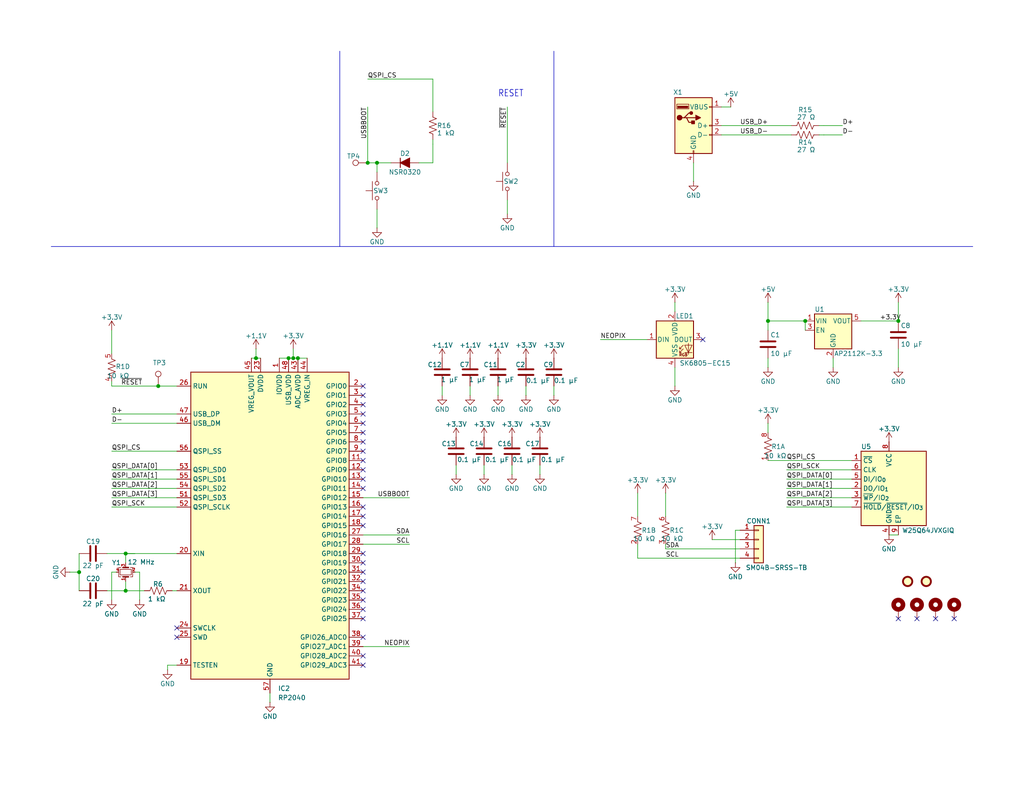
<source format=kicad_sch>
(kicad_sch
	(version 20250114)
	(generator "eeschema")
	(generator_version "9.0")
	(uuid "81afc718-b423-49b9-ada7-bb1e49298049")
	(paper "USLetter")
	
	(text "RESET"
		(exclude_from_sim no)
		(at 135.89 26.67 0)
		(effects
			(font
				(size 1.778 1.5113)
			)
			(justify left bottom)
		)
		(uuid "82433cfe-3e19-46e9-8587-1701531a3344")
	)
	(junction
		(at 100.33 44.45)
		(diameter 0)
		(color 0 0 0 0)
		(uuid "0209e94c-9f9b-4f9d-8a72-965011de90ca")
	)
	(junction
		(at 209.55 87.63)
		(diameter 0)
		(color 0 0 0 0)
		(uuid "2d319ef6-c7c6-43b4-a29e-e32f26ca9b4f")
	)
	(junction
		(at 69.85 97.79)
		(diameter 0)
		(color 0 0 0 0)
		(uuid "3e993171-5b7d-4ba3-aee3-e2aada2e22b9")
	)
	(junction
		(at 80.01 97.79)
		(diameter 0)
		(color 0 0 0 0)
		(uuid "4ef01d69-9ccf-4773-b218-f06dabbef634")
	)
	(junction
		(at 78.74 97.79)
		(diameter 0)
		(color 0 0 0 0)
		(uuid "4ef8f357-71dd-4a8f-a90d-2f84af2112b5")
	)
	(junction
		(at 102.87 44.45)
		(diameter 0)
		(color 0 0 0 0)
		(uuid "615ec7e5-468e-49d2-8f4a-4fa6e7a70236")
	)
	(junction
		(at 245.11 87.63)
		(diameter 0)
		(color 0 0 0 0)
		(uuid "698b73a4-4a83-40aa-badb-39e293ceeefd")
	)
	(junction
		(at 81.28 97.79)
		(diameter 0)
		(color 0 0 0 0)
		(uuid "92cf99a4-13e8-4aab-bf46-2e6ea9c364c6")
	)
	(junction
		(at 219.71 87.63)
		(diameter 0)
		(color 0 0 0 0)
		(uuid "95dbffcc-c092-47a3-b9ac-4140b04f0b2c")
	)
	(junction
		(at 43.18 105.41)
		(diameter 0)
		(color 0 0 0 0)
		(uuid "a36265cc-7119-4915-8804-69eea635f0bd")
	)
	(junction
		(at 34.29 151.13)
		(diameter 0)
		(color 0 0 0 0)
		(uuid "a9eed449-a0c6-4062-b568-8f9ca67b1c76")
	)
	(junction
		(at 21.59 156.21)
		(diameter 0)
		(color 0 0 0 0)
		(uuid "d2f69169-38be-4f76-95f4-5e780592578f")
	)
	(junction
		(at 34.29 161.29)
		(diameter 0)
		(color 0 0 0 0)
		(uuid "ea0807bd-830e-4775-b51f-e4b4c52e7f21")
	)
	(no_connect
		(at 99.06 133.35)
		(uuid "00dbe9d8-5087-467c-9321-578e0e52b358")
	)
	(no_connect
		(at 99.06 156.21)
		(uuid "117ca207-87e5-4bd6-bebb-ec78ad2671ae")
	)
	(no_connect
		(at 99.06 179.07)
		(uuid "185b2b3d-7130-4af8-aab4-0daf48df3c1e")
	)
	(no_connect
		(at 99.06 173.99)
		(uuid "19a11722-7dc1-47fd-b5d7-31e4faf4b30e")
	)
	(no_connect
		(at 99.06 158.75)
		(uuid "2516cec0-e8fb-4abc-9079-e8b30f0d239a")
	)
	(no_connect
		(at 99.06 151.13)
		(uuid "2e2cbbbe-4113-4a58-a228-d96f5544ceb7")
	)
	(no_connect
		(at 260.35 168.91)
		(uuid "2e4f91f3-bd2f-4f48-8b50-0cf9a40e0ff4")
	)
	(no_connect
		(at 99.06 138.43)
		(uuid "3646bcf8-2ec4-4f19-8682-f8c32e4c2e76")
	)
	(no_connect
		(at 99.06 161.29)
		(uuid "4ed18bf9-06ec-485b-b8b4-a44247ef2da7")
	)
	(no_connect
		(at 48.26 173.99)
		(uuid "5436db79-a2d7-44cf-b1f6-bfdfd38cf95b")
	)
	(no_connect
		(at 99.06 166.37)
		(uuid "69de8933-7d1b-43a3-a124-cb9c166652b1")
	)
	(no_connect
		(at 99.06 163.83)
		(uuid "71f1c4b9-756e-4b03-81fc-fa7680a7e4d5")
	)
	(no_connect
		(at 99.06 120.65)
		(uuid "75aa382c-01b4-47c5-b6ce-a2d753e9214e")
	)
	(no_connect
		(at 99.06 181.61)
		(uuid "8636584b-909e-43f8-b2da-fcb947e4bc17")
	)
	(no_connect
		(at 99.06 128.27)
		(uuid "89bdd671-10e5-4326-9d8c-161757f0f539")
	)
	(no_connect
		(at 99.06 115.57)
		(uuid "8dece753-c7c2-4034-a7c7-7e077ec38056")
	)
	(no_connect
		(at 99.06 107.95)
		(uuid "97ddf504-7def-4503-94ff-67785199e828")
	)
	(no_connect
		(at 99.06 105.41)
		(uuid "b3892614-fd90-47ea-bc3a-095759d6cced")
	)
	(no_connect
		(at 191.77 92.71)
		(uuid "bb2580d3-173e-47d7-b0a7-23d28d2394df")
	)
	(no_connect
		(at 250.19 168.91)
		(uuid "c2fbe7b8-63e0-4065-9c5c-c608ae4cd47c")
	)
	(no_connect
		(at 99.06 125.73)
		(uuid "c55aa567-ec93-4ff6-8862-2669bfd8cf71")
	)
	(no_connect
		(at 99.06 113.03)
		(uuid "dda9562c-6c5b-4cd0-9ae4-98b9d6e288bc")
	)
	(no_connect
		(at 245.11 168.91)
		(uuid "de5732ec-4745-4ec1-9cda-79eeaffbe130")
	)
	(no_connect
		(at 48.26 171.45)
		(uuid "e0306bee-6f52-46f7-a6fb-3e0072ad3445")
	)
	(no_connect
		(at 99.06 130.81)
		(uuid "e21682d1-a4ca-4bd3-b28c-eb235f4e80b9")
	)
	(no_connect
		(at 99.06 143.51)
		(uuid "e3c9d409-bbb7-4d1d-8ed4-8021631db5ec")
	)
	(no_connect
		(at 99.06 110.49)
		(uuid "e7b67447-5aa0-44d1-a85f-93586275c5bd")
	)
	(no_connect
		(at 255.27 168.91)
		(uuid "ec3b6145-0e20-4bf9-b448-67ca268232b7")
	)
	(no_connect
		(at 99.06 118.11)
		(uuid "f2189b5f-c3aa-4356-b7e8-1d00a7972f6c")
	)
	(no_connect
		(at 99.06 153.67)
		(uuid "f51e0194-24f2-4eb6-8de7-056052e935f1")
	)
	(no_connect
		(at 99.06 168.91)
		(uuid "fb95eb7a-f9e3-45bb-80de-b576ee5f2f8c")
	)
	(no_connect
		(at 99.06 123.19)
		(uuid "fc2def80-7783-4eeb-b6aa-f9cfba0be0a4")
	)
	(no_connect
		(at 99.06 140.97)
		(uuid "ff4c278f-6a99-4d2c-bb13-a0ee0345d8da")
	)
	(wire
		(pts
			(xy 48.26 123.19) (xy 30.48 123.19)
		)
		(stroke
			(width 0.1524)
			(type solid)
		)
		(uuid "0188a458-88f0-418e-bc6a-e61dbdb5bdab")
	)
	(polyline
		(pts
			(xy 265.43 67.31) (xy 151.13 67.31)
		)
		(stroke
			(width 0.1524)
			(type solid)
		)
		(uuid "050312b4-1f98-458a-840e-82a87d1cfe0a")
	)
	(wire
		(pts
			(xy 80.01 97.79) (xy 81.28 97.79)
		)
		(stroke
			(width 0)
			(type default)
		)
		(uuid "06179ece-86e0-410e-b0f6-68a06d4ad54a")
	)
	(wire
		(pts
			(xy 34.29 153.67) (xy 34.29 151.13)
		)
		(stroke
			(width 0)
			(type default)
		)
		(uuid "09ac8291-3f5f-4c67-968a-fcdf2854b23a")
	)
	(wire
		(pts
			(xy 120.65 105.41) (xy 120.65 107.95)
		)
		(stroke
			(width 0)
			(type default)
		)
		(uuid "0a065323-8946-4cc2-b616-e805547e391b")
	)
	(wire
		(pts
			(xy 200.66 144.78) (xy 200.66 153.67)
		)
		(stroke
			(width 0.1524)
			(type solid)
		)
		(uuid "0dd29efc-3af3-4c4a-92a8-3d89666fb37c")
	)
	(wire
		(pts
			(xy 29.21 151.13) (xy 34.29 151.13)
		)
		(stroke
			(width 0.1524)
			(type solid)
		)
		(uuid "0f3a7dff-0d90-4fb5-8a54-ec89ea344d7f")
	)
	(wire
		(pts
			(xy 43.18 105.41) (xy 30.48 105.41)
		)
		(stroke
			(width 0.1524)
			(type solid)
		)
		(uuid "141892de-739f-42c8-8029-5e3c1116cc1c")
	)
	(wire
		(pts
			(xy 184.15 82.55) (xy 184.15 85.09)
		)
		(stroke
			(width 0)
			(type default)
		)
		(uuid "14a77e8a-54d4-481b-a5e2-a758322e03a1")
	)
	(wire
		(pts
			(xy 234.95 87.63) (xy 245.11 87.63)
		)
		(stroke
			(width 0.1524)
			(type solid)
		)
		(uuid "1985a639-3d4e-4898-b63d-86b50d5f6820")
	)
	(wire
		(pts
			(xy 181.61 148.59) (xy 181.61 149.86)
		)
		(stroke
			(width 0)
			(type default)
		)
		(uuid "1b94018c-2169-45d7-8e63-c779f6508564")
	)
	(wire
		(pts
			(xy 138.43 54.61) (xy 138.43 58.42)
		)
		(stroke
			(width 0.1524)
			(type solid)
		)
		(uuid "1c7f3cc6-864a-4556-8a12-0bc5063fdadf")
	)
	(wire
		(pts
			(xy 232.41 135.89) (xy 214.63 135.89)
		)
		(stroke
			(width 0.1524)
			(type solid)
		)
		(uuid "1fa1a92c-ed45-4b82-8468-626ebe787005")
	)
	(wire
		(pts
			(xy 69.85 95.25) (xy 69.85 97.79)
		)
		(stroke
			(width 0)
			(type default)
		)
		(uuid "21521ace-ba30-40cf-9e13-6fcf599dd725")
	)
	(wire
		(pts
			(xy 151.13 105.41) (xy 151.13 107.95)
		)
		(stroke
			(width 0)
			(type default)
		)
		(uuid "276f2e86-4e79-4f10-a177-87e099c01caa")
	)
	(wire
		(pts
			(xy 68.58 97.79) (xy 69.85 97.79)
		)
		(stroke
			(width 0)
			(type default)
		)
		(uuid "36ef9926-0574-4856-8889-800ffd236fa4")
	)
	(wire
		(pts
			(xy 76.2 97.79) (xy 78.74 97.79)
		)
		(stroke
			(width 0)
			(type default)
		)
		(uuid "37f1f40d-78ae-463c-b36e-ca08b6f30792")
	)
	(wire
		(pts
			(xy 232.41 128.27) (xy 214.63 128.27)
		)
		(stroke
			(width 0.1524)
			(type solid)
		)
		(uuid "381181f3-3bff-4e2b-8122-af8bd29a2303")
	)
	(wire
		(pts
			(xy 143.51 105.41) (xy 143.51 107.95)
		)
		(stroke
			(width 0)
			(type default)
		)
		(uuid "39510bf2-d100-43ee-9515-96d4ebde3beb")
	)
	(wire
		(pts
			(xy 138.43 44.45) (xy 138.43 29.21)
		)
		(stroke
			(width 0.1524)
			(type solid)
		)
		(uuid "3ab1065c-c040-46d1-be91-98be20cf6447")
	)
	(wire
		(pts
			(xy 223.52 34.29) (xy 224.79 34.29)
		)
		(stroke
			(width 0)
			(type default)
		)
		(uuid "3f4a6283-330b-432e-99f2-5984bc214ad1")
	)
	(wire
		(pts
			(xy 201.93 147.32) (xy 194.31 147.32)
		)
		(stroke
			(width 0.1524)
			(type solid)
		)
		(uuid "47256cb1-e6a3-40e0-9dee-bf8a4b86f8dd")
	)
	(wire
		(pts
			(xy 38.1 156.21) (xy 38.1 163.83)
		)
		(stroke
			(width 0)
			(type default)
		)
		(uuid "479dc815-a461-4143-9c62-623e8691beee")
	)
	(wire
		(pts
			(xy 219.71 90.17) (xy 219.71 87.63)
		)
		(stroke
			(width 0.1524)
			(type solid)
		)
		(uuid "47c4f8f5-d5e8-4a8f-8d2a-97f64f99f848")
	)
	(wire
		(pts
			(xy 31.75 156.21) (xy 30.48 156.21)
		)
		(stroke
			(width 0)
			(type default)
		)
		(uuid "4b306d38-3685-4b6a-98c7-078c134a9b9f")
	)
	(wire
		(pts
			(xy 102.87 44.45) (xy 106.68 44.45)
		)
		(stroke
			(width 0)
			(type default)
		)
		(uuid "4c0836e2-c18d-47df-9654-4ff95ba8b40b")
	)
	(wire
		(pts
			(xy 81.28 97.79) (xy 83.82 97.79)
		)
		(stroke
			(width 0)
			(type default)
		)
		(uuid "4d80eac3-5242-4251-a5d5-1b4ae75e85f0")
	)
	(wire
		(pts
			(xy 99.06 135.89) (xy 111.76 135.89)
		)
		(stroke
			(width 0.1524)
			(type solid)
		)
		(uuid "4eb8188e-f419-439f-9154-31ec3b83901c")
	)
	(polyline
		(pts
			(xy 151.13 67.31) (xy 92.71 67.31)
		)
		(stroke
			(width 0.1524)
			(type solid)
		)
		(uuid "4ebb43c0-b7e2-479c-b4ae-ae9343e835e6")
	)
	(wire
		(pts
			(xy 229.87 36.83) (xy 224.79 36.83)
		)
		(stroke
			(width 0.1524)
			(type solid)
		)
		(uuid "4f9c97e6-c9c1-445f-ae06-82480da2a11b")
	)
	(wire
		(pts
			(xy 30.48 133.35) (xy 48.26 133.35)
		)
		(stroke
			(width 0.1524)
			(type solid)
		)
		(uuid "5180fd0b-b3ce-430f-a91b-584a2e4e752a")
	)
	(wire
		(pts
			(xy 118.11 44.45) (xy 118.11 39.37)
		)
		(stroke
			(width 0.1524)
			(type solid)
		)
		(uuid "5405fdaf-3907-43ca-b1ed-516a54d12dca")
	)
	(wire
		(pts
			(xy 30.48 135.89) (xy 48.26 135.89)
		)
		(stroke
			(width 0.1524)
			(type solid)
		)
		(uuid "57982018-f1a8-459c-99be-26d1b9c678b8")
	)
	(wire
		(pts
			(xy 34.29 161.29) (xy 39.37 161.29)
		)
		(stroke
			(width 0.1524)
			(type solid)
		)
		(uuid "57dc34d2-659e-4d0f-a0c2-f12ef4b4c238")
	)
	(wire
		(pts
			(xy 21.59 151.13) (xy 21.59 156.21)
		)
		(stroke
			(width 0)
			(type default)
		)
		(uuid "588977c7-a368-451e-9eda-0ecf97bd1a12")
	)
	(wire
		(pts
			(xy 29.21 161.29) (xy 34.29 161.29)
		)
		(stroke
			(width 0.1524)
			(type solid)
		)
		(uuid "5e168895-9e98-4a3d-952b-e2c201a4486e")
	)
	(wire
		(pts
			(xy 196.85 29.21) (xy 199.39 29.21)
		)
		(stroke
			(width 0.1524)
			(type solid)
		)
		(uuid "60cd4602-204d-4d11-996f-664fa02077a5")
	)
	(wire
		(pts
			(xy 209.55 115.57) (xy 209.55 118.11)
		)
		(stroke
			(width 0.1524)
			(type solid)
		)
		(uuid "6276af5a-60b1-47fa-a2f6-8a37706283f3")
	)
	(wire
		(pts
			(xy 209.55 90.17) (xy 209.55 87.63)
		)
		(stroke
			(width 0.1524)
			(type solid)
		)
		(uuid "62d5afdc-7893-4c4a-b0ec-f5ef92a57fd3")
	)
	(wire
		(pts
			(xy 128.27 105.41) (xy 128.27 107.95)
		)
		(stroke
			(width 0)
			(type default)
		)
		(uuid "63ceaa4c-ed58-4a91-9cf1-e1a7e4688ab4")
	)
	(wire
		(pts
			(xy 30.48 115.57) (xy 48.26 115.57)
		)
		(stroke
			(width 0.1524)
			(type solid)
		)
		(uuid "6486b857-cd38-4b50-b003-62a6a42269cc")
	)
	(wire
		(pts
			(xy 19.05 156.21) (xy 21.59 156.21)
		)
		(stroke
			(width 0)
			(type default)
		)
		(uuid "675b8a0b-e484-445c-bba2-5de8d7b461e7")
	)
	(wire
		(pts
			(xy 181.61 134.62) (xy 181.61 140.97)
		)
		(stroke
			(width 0.1524)
			(type solid)
		)
		(uuid "68b941e3-a93d-46fa-b562-2287f7cfde23")
	)
	(polyline
		(pts
			(xy 151.13 67.31) (xy 151.13 13.97)
		)
		(stroke
			(width 0.1524)
			(type solid)
		)
		(uuid "6d4202ac-e2d5-43e0-ade6-3e38fc788e65")
	)
	(wire
		(pts
			(xy 48.26 181.61) (xy 45.72 181.61)
		)
		(stroke
			(width 0.1524)
			(type solid)
		)
		(uuid "6ea817d4-96c1-4d79-969c-980608e2557b")
	)
	(wire
		(pts
			(xy 21.59 156.21) (xy 21.59 161.29)
		)
		(stroke
			(width 0.1524)
			(type solid)
		)
		(uuid "6f5bb04f-c2a6-4ac5-9d5f-507cb93c2cd4")
	)
	(wire
		(pts
			(xy 100.33 44.45) (xy 100.33 29.21)
		)
		(stroke
			(width 0.1524)
			(type solid)
		)
		(uuid "6fbe3a38-fc61-4a72-ac10-98220c9c2c03")
	)
	(wire
		(pts
			(xy 48.26 105.41) (xy 43.18 105.41)
		)
		(stroke
			(width 0.1524)
			(type solid)
		)
		(uuid "7023c2d9-8581-406b-ad4a-84d376ba282c")
	)
	(wire
		(pts
			(xy 46.99 161.29) (xy 48.26 161.29)
		)
		(stroke
			(width 0)
			(type default)
		)
		(uuid "7297f5e9-8668-4840-9a73-1db530b0fcb1")
	)
	(wire
		(pts
			(xy 242.57 146.05) (xy 245.11 146.05)
		)
		(stroke
			(width 0)
			(type default)
		)
		(uuid "73761c29-43dd-4285-b8d4-3a7c920aede0")
	)
	(wire
		(pts
			(xy 184.15 100.33) (xy 184.15 105.41)
		)
		(stroke
			(width 0)
			(type default)
		)
		(uuid "78b9692b-37fd-43e2-915b-e7466b48ee6d")
	)
	(wire
		(pts
			(xy 80.01 95.25) (xy 80.01 97.79)
		)
		(stroke
			(width 0)
			(type default)
		)
		(uuid "7b7ca323-3b00-4a8f-8a1e-1b66c4234d02")
	)
	(wire
		(pts
			(xy 114.3 44.45) (xy 118.11 44.45)
		)
		(stroke
			(width 0)
			(type default)
		)
		(uuid "7c717df5-7e88-4e25-a0af-6ab6d5865f83")
	)
	(wire
		(pts
			(xy 176.53 92.71) (xy 163.83 92.71)
		)
		(stroke
			(width 0.1524)
			(type solid)
		)
		(uuid "7c95927c-8a69-47a6-90a9-4e7e54a1ffb2")
	)
	(wire
		(pts
			(xy 173.99 148.59) (xy 173.99 152.4)
		)
		(stroke
			(width 0.1524)
			(type solid)
		)
		(uuid "7c9fb97d-618c-4f84-8c6b-88db0569117e")
	)
	(wire
		(pts
			(xy 173.99 134.62) (xy 173.99 140.97)
		)
		(stroke
			(width 0.1524)
			(type solid)
		)
		(uuid "82fd71e3-6892-4088-a185-4a213f39bcf0")
	)
	(wire
		(pts
			(xy 147.32 127) (xy 147.32 129.54)
		)
		(stroke
			(width 0)
			(type default)
		)
		(uuid "8afa09fc-5e72-4599-aa87-7473d15ca6b5")
	)
	(wire
		(pts
			(xy 99.06 148.59) (xy 111.76 148.59)
		)
		(stroke
			(width 0.1524)
			(type solid)
		)
		(uuid "8affbdbd-84ca-4ee1-8400-1c8c794c2013")
	)
	(wire
		(pts
			(xy 245.11 82.55) (xy 245.11 87.63)
		)
		(stroke
			(width 0.1524)
			(type solid)
		)
		(uuid "8c749a1d-bae5-4624-818a-67e10459928f")
	)
	(wire
		(pts
			(xy 30.48 156.21) (xy 30.48 163.83)
		)
		(stroke
			(width 0)
			(type default)
		)
		(uuid "8d3b9eed-7d29-48be-bf60-bb5060ca427c")
	)
	(wire
		(pts
			(xy 34.29 151.13) (xy 48.26 151.13)
		)
		(stroke
			(width 0.1524)
			(type solid)
		)
		(uuid "95b9eade-6efb-4468-a070-abbfea53bac4")
	)
	(wire
		(pts
			(xy 209.55 87.63) (xy 219.71 87.63)
		)
		(stroke
			(width 0.1524)
			(type solid)
		)
		(uuid "96dbf126-2ab5-4833-a366-7fb62f8b005d")
	)
	(wire
		(pts
			(xy 232.41 133.35) (xy 214.63 133.35)
		)
		(stroke
			(width 0.1524)
			(type solid)
		)
		(uuid "994f8916-4db8-4ee7-a722-aff34c8a0ae2")
	)
	(wire
		(pts
			(xy 227.33 97.79) (xy 227.33 100.33)
		)
		(stroke
			(width 0.1524)
			(type solid)
		)
		(uuid "998c74d1-7a1f-40fc-8f0d-e99f5e6a8896")
	)
	(wire
		(pts
			(xy 118.11 38.1) (xy 118.11 39.37)
		)
		(stroke
			(width 0)
			(type default)
		)
		(uuid "9bc971ae-1ec3-4ac9-8d88-5ebb80fbc22d")
	)
	(wire
		(pts
			(xy 36.83 156.21) (xy 38.1 156.21)
		)
		(stroke
			(width 0)
			(type default)
		)
		(uuid "9c0a88dd-d642-44fd-a190-cb25ce4061c5")
	)
	(wire
		(pts
			(xy 124.46 127) (xy 124.46 129.54)
		)
		(stroke
			(width 0)
			(type default)
		)
		(uuid "9f5d98bd-8c2f-437b-8311-f2ec1bf6a670")
	)
	(wire
		(pts
			(xy 73.66 191.77) (xy 73.66 189.23)
		)
		(stroke
			(width 0)
			(type default)
		)
		(uuid "a4a2c899-8ed6-4a59-bc6a-c0df7571da8b")
	)
	(wire
		(pts
			(xy 34.29 161.29) (xy 34.29 158.75)
		)
		(stroke
			(width 0.1524)
			(type solid)
		)
		(uuid "a4baab8a-d635-49a0-9243-27cca041855e")
	)
	(wire
		(pts
			(xy 214.63 138.43) (xy 232.41 138.43)
		)
		(stroke
			(width 0.1524)
			(type solid)
		)
		(uuid "a6b862fd-f497-42bf-b6af-d687dbca1ae3")
	)
	(wire
		(pts
			(xy 214.63 130.81) (xy 232.41 130.81)
		)
		(stroke
			(width 0.1524)
			(type solid)
		)
		(uuid "aa9f1ae7-b355-4665-9ded-fba39f841238")
	)
	(wire
		(pts
			(xy 30.48 128.27) (xy 48.26 128.27)
		)
		(stroke
			(width 0.1524)
			(type solid)
		)
		(uuid "adfa9806-0593-41c3-a726-ec1a2d19897f")
	)
	(wire
		(pts
			(xy 99.06 176.53) (xy 111.76 176.53)
		)
		(stroke
			(width 0.1524)
			(type solid)
		)
		(uuid "aeab10d1-5465-465b-b768-b2ca9807e751")
	)
	(polyline
		(pts
			(xy 13.97 67.31) (xy 92.71 67.31)
		)
		(stroke
			(width 0.1524)
			(type solid)
		)
		(uuid "b3eac7c8-63fb-40d8-b4f0-d12629aad46b")
	)
	(wire
		(pts
			(xy 48.26 138.43) (xy 30.48 138.43)
		)
		(stroke
			(width 0.1524)
			(type solid)
		)
		(uuid "b637c9ae-6344-4aef-bd21-1ab7518e6b88")
	)
	(polyline
		(pts
			(xy 92.71 67.31) (xy 92.71 13.97)
		)
		(stroke
			(width 0.1524)
			(type solid)
		)
		(uuid "bb492bc5-28a4-4b80-b6e7-ddc671eb768d")
	)
	(wire
		(pts
			(xy 189.23 44.45) (xy 189.23 49.53)
		)
		(stroke
			(width 0)
			(type default)
		)
		(uuid "bcc8b6c1-de86-42a9-8c99-45001663ab0e")
	)
	(wire
		(pts
			(xy 30.48 90.17) (xy 30.48 96.52)
		)
		(stroke
			(width 0.1524)
			(type solid)
		)
		(uuid "bd9b6c3d-f935-4e2a-9cc1-9c964d55e603")
	)
	(wire
		(pts
			(xy 69.85 97.79) (xy 71.12 97.79)
		)
		(stroke
			(width 0)
			(type default)
		)
		(uuid "c200398c-9417-40d1-af6d-c3e8409fd7a4")
	)
	(wire
		(pts
			(xy 223.52 36.83) (xy 224.79 36.83)
		)
		(stroke
			(width 0)
			(type default)
		)
		(uuid "c5ac9540-54e2-47e6-914c-52c6596c44e3")
	)
	(wire
		(pts
			(xy 200.66 144.78) (xy 201.93 144.78)
		)
		(stroke
			(width 0.1524)
			(type solid)
		)
		(uuid "c73d1dd7-ec58-4bb2-85ee-fc4c80385ac7")
	)
	(wire
		(pts
			(xy 30.48 104.14) (xy 30.48 105.41)
		)
		(stroke
			(width 0)
			(type default)
		)
		(uuid "c7fe6946-0a20-4cb7-a1e5-3aba5598603b")
	)
	(wire
		(pts
			(xy 132.08 127) (xy 132.08 129.54)
		)
		(stroke
			(width 0)
			(type default)
		)
		(uuid "ca0dda80-18df-421c-95bd-ed137a8ce4c9")
	)
	(wire
		(pts
			(xy 100.33 44.45) (xy 102.87 44.45)
		)
		(stroke
			(width 0.1524)
			(type solid)
		)
		(uuid "ca1680a6-eff4-45f9-a369-e9a0df390d3e")
	)
	(wire
		(pts
			(xy 245.11 95.25) (xy 245.11 100.33)
		)
		(stroke
			(width 0.1524)
			(type solid)
		)
		(uuid "ca563903-f77c-4749-8c50-e9a4f9928336")
	)
	(wire
		(pts
			(xy 209.55 82.55) (xy 209.55 87.63)
		)
		(stroke
			(width 0.1524)
			(type solid)
		)
		(uuid "cbcd0028-ed68-4765-9d94-7a43268b8c13")
	)
	(wire
		(pts
			(xy 45.72 182.88) (xy 45.72 181.61)
		)
		(stroke
			(width 0)
			(type default)
		)
		(uuid "cd9b749a-2547-4fe4-82c0-0b2fada9f76e")
	)
	(wire
		(pts
			(xy 135.89 105.41) (xy 135.89 107.95)
		)
		(stroke
			(width 0)
			(type default)
		)
		(uuid "ce42f6c6-43f0-4943-aaab-0d0af6e22dfa")
	)
	(wire
		(pts
			(xy 99.06 146.05) (xy 111.76 146.05)
		)
		(stroke
			(width 0.1524)
			(type solid)
		)
		(uuid "d10910da-4a95-4489-8df1-0d18b9d12af0")
	)
	(wire
		(pts
			(xy 102.87 46.99) (xy 102.87 44.45)
		)
		(stroke
			(width 0.1524)
			(type solid)
		)
		(uuid "d1a2630c-4257-443b-8687-e674ce427df7")
	)
	(wire
		(pts
			(xy 209.55 125.73) (xy 232.41 125.73)
		)
		(stroke
			(width 0.1524)
			(type solid)
		)
		(uuid "d7bd3617-a97e-4573-86f7-05e2058b1864")
	)
	(wire
		(pts
			(xy 118.11 21.59) (xy 118.11 30.48)
		)
		(stroke
			(width 0.1524)
			(type solid)
		)
		(uuid "d7ef5b60-a391-4042-87d2-9c115cd2fd1d")
	)
	(wire
		(pts
			(xy 201.93 149.86) (xy 181.61 149.86)
		)
		(stroke
			(width 0.1524)
			(type solid)
		)
		(uuid "d88e7def-e3df-46f6-9eb4-c49ef2530cd0")
	)
	(wire
		(pts
			(xy 78.74 97.79) (xy 80.01 97.79)
		)
		(stroke
			(width 0)
			(type default)
		)
		(uuid "e0df7fe8-90dd-4aea-8ebb-d396f8cee94a")
	)
	(wire
		(pts
			(xy 209.55 97.79) (xy 209.55 100.33)
		)
		(stroke
			(width 0)
			(type default)
		)
		(uuid "e165d2ca-8ba9-485b-8ed5-e7d7ce28dd0f")
	)
	(wire
		(pts
			(xy 30.48 130.81) (xy 48.26 130.81)
		)
		(stroke
			(width 0.1524)
			(type solid)
		)
		(uuid "e52035e6-a219-4e35-aaef-038763bd10f0")
	)
	(wire
		(pts
			(xy 34.29 151.13) (xy 36.83 151.13)
		)
		(stroke
			(width 0)
			(type default)
		)
		(uuid "e91881ef-bf34-4b94-be18-994b4160e468")
	)
	(wire
		(pts
			(xy 196.85 34.29) (xy 215.9 34.29)
		)
		(stroke
			(width 0.1524)
			(type solid)
		)
		(uuid "e9789f4f-4f3a-424f-b872-c2920c29414d")
	)
	(wire
		(pts
			(xy 118.11 21.59) (xy 100.33 21.59)
		)
		(stroke
			(width 0.1524)
			(type solid)
		)
		(uuid "eb19a549-af89-49f6-9f47-6d8b951b2595")
	)
	(wire
		(pts
			(xy 196.85 36.83) (xy 215.9 36.83)
		)
		(stroke
			(width 0.1524)
			(type solid)
		)
		(uuid "f15b4bda-0a21-4760-a3a3-015bc2b91b31")
	)
	(wire
		(pts
			(xy 102.87 57.15) (xy 102.87 62.23)
		)
		(stroke
			(width 0.1524)
			(type solid)
		)
		(uuid "f1b2f1e1-727d-4c04-92b4-df5a785360fd")
	)
	(wire
		(pts
			(xy 30.48 113.03) (xy 48.26 113.03)
		)
		(stroke
			(width 0.1524)
			(type solid)
		)
		(uuid "f948107e-c110-44bd-9b3a-23a7890cb01f")
	)
	(wire
		(pts
			(xy 201.93 152.4) (xy 173.99 152.4)
		)
		(stroke
			(width 0.1524)
			(type solid)
		)
		(uuid "fc13e1ba-2f7e-46ed-9b2b-f85978fbdad6")
	)
	(wire
		(pts
			(xy 224.79 34.29) (xy 229.87 34.29)
		)
		(stroke
			(width 0.1524)
			(type solid)
		)
		(uuid "fe06ae77-c545-4a46-833f-db5fec2210fa")
	)
	(wire
		(pts
			(xy 139.7 127) (xy 139.7 129.54)
		)
		(stroke
			(width 0)
			(type default)
		)
		(uuid "fed0b491-c1df-44c2-8f33-bc084f9be9b3")
	)
	(label "QSPI_DATA[2]"
		(at 214.63 135.89 0)
		(effects
			(font
				(size 1.2446 1.2446)
			)
			(justify left bottom)
		)
		(uuid "07bec925-c2b9-4679-a4ba-2247d784b767")
	)
	(label "D+"
		(at 30.48 113.03 0)
		(effects
			(font
				(size 1.2446 1.2446)
			)
			(justify left bottom)
		)
		(uuid "16679f47-d347-43fe-a0c3-6e48900dee90")
	)
	(label "QSPI_DATA[0]"
		(at 30.48 128.27 0)
		(effects
			(font
				(size 1.2446 1.2446)
			)
			(justify left bottom)
		)
		(uuid "19dc8e0d-9eb7-4b23-9419-5fa96b9da404")
	)
	(label "~{RESET}"
		(at 138.43 29.21 270)
		(effects
			(font
				(size 1.2446 1.2446)
			)
			(justify right bottom)
		)
		(uuid "1a65fa8a-9ba5-4716-898e-7203c11bbcdd")
	)
	(label "QSPI_DATA[3]"
		(at 214.63 138.43 0)
		(effects
			(font
				(size 1.2446 1.2446)
			)
			(justify left bottom)
		)
		(uuid "25595cd7-c442-40aa-a7c5-8992238e7374")
	)
	(label "SCL"
		(at 181.61 152.4 0)
		(effects
			(font
				(size 1.2446 1.2446)
			)
			(justify left bottom)
		)
		(uuid "399108d8-c348-4254-8f2c-a1ea936ca228")
	)
	(label "QSPI_DATA[0]"
		(at 214.63 130.81 0)
		(effects
			(font
				(size 1.2446 1.2446)
			)
			(justify left bottom)
		)
		(uuid "456b6dd3-19c6-4619-b34d-13f555a94a56")
	)
	(label "QSPI_DATA[3]"
		(at 30.48 135.89 0)
		(effects
			(font
				(size 1.2446 1.2446)
			)
			(justify left bottom)
		)
		(uuid "4769402a-6005-4024-968f-0e3ad9284a20")
	)
	(label "~{RESET}"
		(at 33.02 105.41 0)
		(effects
			(font
				(size 1.2446 1.2446)
			)
			(justify left bottom)
		)
		(uuid "5b3c9bd5-a253-4ba2-85fd-c210ee9d97b1")
	)
	(label "USB_D+"
		(at 201.93 34.29 0)
		(effects
			(font
				(size 1.2446 1.2446)
			)
			(justify left bottom)
		)
		(uuid "5c22655a-b9dc-4f6e-802d-b5ae86c20456")
	)
	(label "QSPI_SCK"
		(at 30.48 138.43 0)
		(effects
			(font
				(size 1.2446 1.2446)
			)
			(justify left bottom)
		)
		(uuid "6d528cfc-a6ad-4a7c-b324-ace763d701a7")
	)
	(label "D+"
		(at 229.87 34.29 0)
		(effects
			(font
				(size 1.2446 1.2446)
			)
			(justify left bottom)
		)
		(uuid "850d48d7-94f4-4d02-91ae-cf65df7aa6ec")
	)
	(label "QSPI_DATA[1]"
		(at 30.48 130.81 0)
		(effects
			(font
				(size 1.2446 1.2446)
			)
			(justify left bottom)
		)
		(uuid "90c2190b-c0ee-40a6-935c-59805428e98a")
	)
	(label "QSPI_SCK"
		(at 214.63 128.27 0)
		(effects
			(font
				(size 1.2446 1.2446)
			)
			(justify left bottom)
		)
		(uuid "93af25af-5c7c-4ded-aa08-fde43675996c")
	)
	(label "D-"
		(at 229.87 36.83 0)
		(effects
			(font
				(size 1.2446 1.2446)
			)
			(justify left bottom)
		)
		(uuid "a754319a-9fa5-4839-b687-5e4fc0b4e9db")
	)
	(label "NEOPIX"
		(at 111.76 176.53 180)
		(effects
			(font
				(size 1.2446 1.2446)
			)
			(justify right bottom)
		)
		(uuid "a8804776-38bd-420f-ba46-7410ed9f60f6")
	)
	(label "+3.3V"
		(at 240.03 87.63 0)
		(effects
			(font
				(size 1.2446 1.2446)
			)
			(justify left bottom)
		)
		(uuid "a958de06-afbb-418a-b345-894be0662f98")
	)
	(label "QSPI_DATA[2]"
		(at 30.48 133.35 0)
		(effects
			(font
				(size 1.2446 1.2446)
			)
			(justify left bottom)
		)
		(uuid "c0c70433-2d1c-4a6f-b6b1-33cee2341a75")
	)
	(label "QSPI_CS"
		(at 214.63 125.73 0)
		(effects
			(font
				(size 1.2446 1.2446)
			)
			(justify left bottom)
		)
		(uuid "cbce9e38-96d0-430c-9ed4-80e2fa55adb4")
	)
	(label "D-"
		(at 30.48 115.57 0)
		(effects
			(font
				(size 1.2446 1.2446)
			)
			(justify left bottom)
		)
		(uuid "ce46e8bd-58da-41d0-b757-c76c6f0ff8fc")
	)
	(label "QSPI_DATA[1]"
		(at 214.63 133.35 0)
		(effects
			(font
				(size 1.2446 1.2446)
			)
			(justify left bottom)
		)
		(uuid "ce94325b-a117-480d-bcc2-1371c423dc8f")
	)
	(label "USBBOOT"
		(at 100.33 29.21 270)
		(effects
			(font
				(size 1.2446 1.2446)
			)
			(justify right bottom)
		)
		(uuid "d4e7ee77-b399-47c4-9f04-ca2e24db0ba0")
	)
	(label "SDA"
		(at 181.61 149.86 0)
		(effects
			(font
				(size 1.2446 1.2446)
			)
			(justify left bottom)
		)
		(uuid "d7e72443-4698-4e54-ae79-b3d7938575da")
	)
	(label "SCL"
		(at 111.76 148.59 180)
		(effects
			(font
				(size 1.2446 1.2446)
			)
			(justify right bottom)
		)
		(uuid "dd9570fe-08b6-4a47-bfeb-d27fcc27c5a5")
	)
	(label "USB_D-"
		(at 201.93 36.83 0)
		(effects
			(font
				(size 1.2446 1.2446)
			)
			(justify left bottom)
		)
		(uuid "de5ffc01-5c1c-4152-8814-83c8b4f17e70")
	)
	(label "NEOPIX"
		(at 163.83 92.71 0)
		(effects
			(font
				(size 1.2446 1.2446)
			)
			(justify left bottom)
		)
		(uuid "e0836c05-22f8-481b-9e66-63615642b12b")
	)
	(label "USBBOOT"
		(at 111.76 135.89 180)
		(effects
			(font
				(size 1.2446 1.2446)
			)
			(justify right bottom)
		)
		(uuid "e2041efd-f040-4ded-ad8b-8ff0b8da7c9f")
	)
	(label "QSPI_CS"
		(at 30.48 123.19 0)
		(effects
			(font
				(size 1.2446 1.2446)
			)
			(justify left bottom)
		)
		(uuid "ede571f1-d455-4b26-a663-ce02e2851d56")
	)
	(label "QSPI_CS"
		(at 100.33 21.59 0)
		(effects
			(font
				(size 1.2446 1.2446)
			)
			(justify left bottom)
		)
		(uuid "f53ed256-70b1-46b2-b4f7-ee7216cf8bbc")
	)
	(label "SDA"
		(at 111.76 146.05 180)
		(effects
			(font
				(size 1.2446 1.2446)
			)
			(justify right bottom)
		)
		(uuid "f736755d-3952-42e2-aad3-cae580be7e84")
	)
	(symbol
		(lib_id "power:GND")
		(at 200.66 153.67 0)
		(mirror y)
		(unit 1)
		(exclude_from_sim no)
		(in_bom yes)
		(on_board yes)
		(dnp no)
		(uuid "04827980-6408-447a-9788-669b2e057817")
		(property "Reference" "#PWR08"
			(at 200.66 160.02 0)
			(effects
				(font
					(size 1.27 1.27)
				)
				(hide yes)
			)
		)
		(property "Value" "GND"
			(at 200.66 157.48 0)
			(effects
				(font
					(size 1.27 1.27)
				)
			)
		)
		(property "Footprint" ""
			(at 200.66 153.67 0)
			(effects
				(font
					(size 1.27 1.27)
				)
				(hide yes)
			)
		)
		(property "Datasheet" ""
			(at 200.66 153.67 0)
			(effects
				(font
					(size 1.27 1.27)
				)
				(hide yes)
			)
		)
		(property "Description" "Power symbol creates a global label with name \"GND\" , ground"
			(at 200.66 153.67 0)
			(effects
				(font
					(size 1.27 1.27)
				)
				(hide yes)
			)
		)
		(pin "1"
			(uuid "de8bd34b-3d4a-4e40-b85f-1ed001861ae2")
		)
		(instances
			(project ""
				(path "/81afc718-b423-49b9-ada7-bb1e49298049"
					(reference "#PWR08")
					(unit 1)
				)
			)
		)
	)
	(symbol
		(lib_id "power:+3.3V")
		(at 245.11 82.55 0)
		(mirror y)
		(unit 1)
		(exclude_from_sim no)
		(in_bom yes)
		(on_board yes)
		(dnp no)
		(uuid "0c163c14-9ff3-4c9c-bee5-d175b45fa4fc")
		(property "Reference" "#PWR0107"
			(at 245.11 86.36 0)
			(effects
				(font
					(size 1.27 1.27)
				)
				(hide yes)
			)
		)
		(property "Value" "+3.3V"
			(at 245.11 78.994 0)
			(effects
				(font
					(size 1.27 1.27)
				)
			)
		)
		(property "Footprint" ""
			(at 245.11 82.55 0)
			(effects
				(font
					(size 1.27 1.27)
				)
				(hide yes)
			)
		)
		(property "Datasheet" ""
			(at 245.11 82.55 0)
			(effects
				(font
					(size 1.27 1.27)
				)
				(hide yes)
			)
		)
		(property "Description" "Power symbol creates a global label with name \"+3.3V\""
			(at 245.11 82.55 0)
			(effects
				(font
					(size 1.27 1.27)
				)
				(hide yes)
			)
		)
		(pin "1"
			(uuid "1e053ab1-85ab-42ab-b442-76cbc1e06fa7")
		)
		(instances
			(project ""
				(path "/81afc718-b423-49b9-ada7-bb1e49298049"
					(reference "#PWR0107")
					(unit 1)
				)
			)
		)
	)
	(symbol
		(lib_id "partdb:CL10C220JB8NNNC")
		(at 25.4 151.13 90)
		(unit 1)
		(exclude_from_sim yes)
		(in_bom yes)
		(on_board yes)
		(dnp no)
		(uuid "125bdc92-968b-4590-9d03-8e5a1c6ce622")
		(property "Reference" "C19"
			(at 25.4 147.828 90)
			(effects
				(font
					(size 1.27 1.27)
				)
			)
		)
		(property "Value" "22 pF"
			(at 25.4 154.432 90)
			(effects
				(font
					(size 1.27 1.27)
				)
			)
		)
		(property "Footprint" "Capacitor_SMD:C_0603_1608Metric"
			(at 29.21 150.1648 0)
			(effects
				(font
					(size 1.27 1.27)
				)
				(hide yes)
			)
		)
		(property "Datasheet" "https://partdb.alfter.us/en/part/76/info"
			(at 25.4 151.13 0)
			(effects
				(font
					(size 1.27 1.27)
				)
				(hide yes)
			)
		)
		(property "Description" "22 pF ±5% 50V Ceramic Capacitor C0G, NP0 0603 (1608 Metric)"
			(at 25.4 151.13 0)
			(effects
				(font
					(size 1.27 1.27)
				)
				(hide yes)
			)
		)
		(property "MPN" "CL10C220JB8NNNC"
			(at 25.4 151.13 0)
			(effects
				(font
					(size 1.27 1.27)
				)
				(hide yes)
			)
		)
		(property "Manufacturer" "Samsung Electro-Mechanics"
			(at 25.4 151.13 0)
			(effects
				(font
					(size 1.27 1.27)
				)
				(hide yes)
			)
		)
		(property "Category" "Capacitors/Ceramic Capacitors"
			(at 25.4 151.13 0)
			(effects
				(font
					(size 1.27 1.27)
				)
				(hide yes)
			)
		)
		(property "Manufacturing Status" "Active"
			(at 25.4 151.13 0)
			(effects
				(font
					(size 1.27 1.27)
				)
				(hide yes)
			)
		)
		(property "Part-DB Footprint" "0603"
			(at 25.4 151.13 0)
			(effects
				(font
					(size 1.27 1.27)
				)
				(hide yes)
			)
		)
		(property "Part-DB ID" "76"
			(at 25.4 151.13 0)
			(effects
				(font
					(size 1.27 1.27)
				)
				(hide yes)
			)
		)
		(property "Part-DB IPN" "44"
			(at 25.4 151.13 0)
			(effects
				(font
					(size 1.27 1.27)
				)
				(hide yes)
			)
		)
		(property "Characteristics" ""
			(at 25.4 151.13 0)
			(effects
				(font
					(size 1.27 1.27)
				)
			)
		)
		(property "Notes" ""
			(at 25.4 151.13 0)
			(effects
				(font
					(size 1.27 1.27)
				)
			)
		)
		(property "Package" ""
			(at 25.4 151.13 0)
			(effects
				(font
					(size 1.27 1.27)
				)
			)
		)
		(property "Src Any/Spec" ""
			(at 25.4 151.13 0)
			(effects
				(font
					(size 1.27 1.27)
				)
			)
		)
		(property "LCSC" "C1653"
			(at 25.4 147.828 0)
			(effects
				(font
					(size 1.27 1.27)
				)
				(hide yes)
			)
		)
		(pin "2"
			(uuid "a0a12507-d39e-4e62-9db8-3349e76996a5")
		)
		(pin "1"
			(uuid "483342ca-01e1-4cb0-9a97-972df19e97a8")
		)
		(instances
			(project ""
				(path "/81afc718-b423-49b9-ada7-bb1e49298049"
					(reference "C19")
					(unit 1)
				)
			)
		)
	)
	(symbol
		(lib_id "partdb:CL10B105KA8NNNC")
		(at 128.27 101.6 180)
		(unit 1)
		(exclude_from_sim yes)
		(in_bom yes)
		(on_board yes)
		(dnp no)
		(uuid "19c3600c-5b1f-4ea1-91af-53bf8e291aa4")
		(property "Reference" "C7"
			(at 126.746 99.568 0)
			(effects
				(font
					(size 1.27 1.27)
				)
			)
		)
		(property "Value" "1 µF"
			(at 130.302 103.632 0)
			(effects
				(font
					(size 1.27 1.27)
				)
			)
		)
		(property "Footprint" "Capacitor_SMD:C_0603_1608Metric"
			(at 127.3048 97.79 0)
			(effects
				(font
					(size 1.27 1.27)
				)
				(hide yes)
			)
		)
		(property "Datasheet" "https://partdb.alfter.us/en/part/14/info"
			(at 128.27 101.6 0)
			(effects
				(font
					(size 1.27 1.27)
				)
				(hide yes)
			)
		)
		(property "Description" "1 µF ±10% 25V Ceramic Capacitor X7R 0603 (1608 Metric)"
			(at 128.27 101.6 0)
			(effects
				(font
					(size 1.27 1.27)
				)
				(hide yes)
			)
		)
		(property "MPN" "CL10B105KA8NNNC"
			(at 128.27 101.6 0)
			(effects
				(font
					(size 1.27 1.27)
				)
				(hide yes)
			)
		)
		(property "Manufacturer" "Samsung Electro-Mechanics"
			(at 128.27 101.6 0)
			(effects
				(font
					(size 1.27 1.27)
				)
				(hide yes)
			)
		)
		(property "Category" "Capacitors/Ceramic Capacitors"
			(at 128.27 101.6 0)
			(effects
				(font
					(size 1.27 1.27)
				)
				(hide yes)
			)
		)
		(property "Manufacturing Status" "Active"
			(at 128.27 101.6 0)
			(effects
				(font
					(size 1.27 1.27)
				)
				(hide yes)
			)
		)
		(property "Part-DB Footprint" "0603"
			(at 128.27 101.6 0)
			(effects
				(font
					(size 1.27 1.27)
				)
				(hide yes)
			)
		)
		(property "Part-DB ID" "14"
			(at 128.27 101.6 0)
			(effects
				(font
					(size 1.27 1.27)
				)
				(hide yes)
			)
		)
		(property "Part-DB IPN" "31"
			(at 128.27 101.6 0)
			(effects
				(font
					(size 1.27 1.27)
				)
				(hide yes)
			)
		)
		(property "Characteristics" ""
			(at 128.27 101.6 0)
			(effects
				(font
					(size 1.27 1.27)
				)
			)
		)
		(property "Notes" ""
			(at 128.27 101.6 0)
			(effects
				(font
					(size 1.27 1.27)
				)
			)
		)
		(property "Package" ""
			(at 128.27 101.6 0)
			(effects
				(font
					(size 1.27 1.27)
				)
			)
		)
		(property "Src Any/Spec" ""
			(at 128.27 101.6 0)
			(effects
				(font
					(size 1.27 1.27)
				)
			)
		)
		(property "LCSC" "C15849"
			(at 126.746 99.568 0)
			(effects
				(font
					(size 1.27 1.27)
				)
				(hide yes)
			)
		)
		(pin "2"
			(uuid "c2b7bbb5-ca59-4b85-a926-8f89f34150c2")
		)
		(pin "1"
			(uuid "7ec3bde6-fa30-4bde-b361-e05e19ed965a")
		)
		(instances
			(project ""
				(path "/81afc718-b423-49b9-ada7-bb1e49298049"
					(reference "C7")
					(unit 1)
				)
			)
		)
	)
	(symbol
		(lib_id "partdb:CL21A106KAYNNNE")
		(at 209.55 93.98 0)
		(unit 1)
		(exclude_from_sim yes)
		(in_bom yes)
		(on_board yes)
		(dnp no)
		(uuid "1b9508b1-b412-4639-86f1-106b40eafac5")
		(property "Reference" "C1"
			(at 210.185 91.44 0)
			(effects
				(font
					(size 1.27 1.27)
				)
				(justify left)
			)
		)
		(property "Value" "10 µF"
			(at 210.185 96.52 0)
			(effects
				(font
					(size 1.27 1.27)
				)
				(justify left)
			)
		)
		(property "Footprint" "Capacitor_SMD:C_0805_2012Metric"
			(at 210.5152 97.79 0)
			(effects
				(font
					(size 1.27 1.27)
				)
				(hide yes)
			)
		)
		(property "Datasheet" "https://partdb.alfter.us/en/part/160/info"
			(at 209.55 93.98 0)
			(effects
				(font
					(size 1.27 1.27)
				)
				(hide yes)
			)
		)
		(property "Description" "10 µF ±10% 25V Ceramic Capacitor X5R 0805 (2012 Metric)"
			(at 209.55 93.98 0)
			(effects
				(font
					(size 1.27 1.27)
				)
				(hide yes)
			)
		)
		(property "MPN" "CL21A106KAYNNNE"
			(at 209.55 93.98 0)
			(effects
				(font
					(size 1.27 1.27)
				)
				(hide yes)
			)
		)
		(property "Manufacturer" "Samsung Electro-Mechanics"
			(at 209.55 93.98 0)
			(effects
				(font
					(size 1.27 1.27)
				)
				(hide yes)
			)
		)
		(property "Category" "Capacitors/Ceramic Capacitors"
			(at 209.55 93.98 0)
			(effects
				(font
					(size 1.27 1.27)
				)
				(hide yes)
			)
		)
		(property "Manufacturing Status" "Active"
			(at 209.55 93.98 0)
			(effects
				(font
					(size 1.27 1.27)
				)
				(hide yes)
			)
		)
		(property "Part-DB Footprint" "0805"
			(at 209.55 93.98 0)
			(effects
				(font
					(size 1.27 1.27)
				)
				(hide yes)
			)
		)
		(property "Mass" "0.048 g"
			(at 209.55 93.98 0)
			(effects
				(font
					(size 1.27 1.27)
				)
				(hide yes)
			)
		)
		(property "Part-DB ID" "160"
			(at 209.55 93.98 0)
			(effects
				(font
					(size 1.27 1.27)
				)
				(hide yes)
			)
		)
		(property "Part-DB IPN" "144"
			(at 209.55 93.98 0)
			(effects
				(font
					(size 1.27 1.27)
				)
				(hide yes)
			)
		)
		(property "Characteristics" ""
			(at 209.55 93.98 0)
			(effects
				(font
					(size 1.27 1.27)
				)
			)
		)
		(property "Notes" ""
			(at 209.55 93.98 0)
			(effects
				(font
					(size 1.27 1.27)
				)
			)
		)
		(property "Package" ""
			(at 209.55 93.98 0)
			(effects
				(font
					(size 1.27 1.27)
				)
			)
		)
		(property "Src Any/Spec" ""
			(at 209.55 93.98 0)
			(effects
				(font
					(size 1.27 1.27)
				)
			)
		)
		(property "LCSC" "C15850"
			(at 210.185 91.44 0)
			(effects
				(font
					(size 1.27 1.27)
				)
				(hide yes)
			)
		)
		(pin "1"
			(uuid "82264943-ccd7-4947-90bd-974bb1044c68")
		)
		(pin "2"
			(uuid "eed6772c-6549-4e94-8ee1-9616f16205a8")
		)
		(instances
			(project ""
				(path "/81afc718-b423-49b9-ada7-bb1e49298049"
					(reference "C1")
					(unit 1)
				)
			)
		)
	)
	(symbol
		(lib_id "partdb:NSR0320MW2T1G")
		(at 110.49 44.45 0)
		(unit 1)
		(exclude_from_sim yes)
		(in_bom yes)
		(on_board yes)
		(dnp no)
		(uuid "1c4492bb-c406-4f0c-800b-b4ca2e36b2fd")
		(property "Reference" "D2"
			(at 110.49 41.91 0)
			(effects
				(font
					(size 1.27 1.27)
				)
			)
		)
		(property "Value" "NSR0320"
			(at 110.49 46.99 0)
			(effects
				(font
					(size 1.27 1.27)
				)
			)
		)
		(property "Footprint" "Diode_SMD:D_SOD-323"
			(at 110.49 44.45 0)
			(effects
				(font
					(size 1.27 1.27)
				)
				(hide yes)
			)
		)
		(property "Datasheet" "https://partdb.alfter.us/en/part/152/info"
			(at 110.49 44.45 0)
			(effects
				(font
					(size 1.27 1.27)
				)
				(hide yes)
			)
		)
		(property "Description" "Diode 20 V 1A Surface Mount SOD-323"
			(at 110.49 44.45 0)
			(effects
				(font
					(size 1.27 1.27)
				)
				(hide yes)
			)
		)
		(property "MPN" "NSR0320MW2T1G"
			(at 110.49 44.45 0)
			(effects
				(font
					(size 1.27 1.27)
				)
				(hide yes)
			)
		)
		(property "Manufacturer" "onsemi"
			(at 110.49 44.45 0)
			(effects
				(font
					(size 1.27 1.27)
				)
				(hide yes)
			)
		)
		(property "Sim.Device" "D"
			(at 110.49 44.45 0)
			(effects
				(font
					(size 1.27 1.27)
				)
				(hide yes)
			)
		)
		(property "Sim.Pins" "1=K 2=A"
			(at 110.49 44.45 0)
			(effects
				(font
					(size 1.27 1.27)
				)
				(hide yes)
			)
		)
		(property "Category" "Discrete Semiconductor Products/Diodes/Rectifiers/Single Diodes"
			(at 110.49 44.45 0)
			(effects
				(font
					(size 1.27 1.27)
				)
				(hide yes)
			)
		)
		(property "Manufacturing Status" "Active"
			(at 110.49 44.45 0)
			(effects
				(font
					(size 1.27 1.27)
				)
				(hide yes)
			)
		)
		(property "Part-DB Footprint" "SOD-323"
			(at 110.49 44.45 0)
			(effects
				(font
					(size 1.27 1.27)
				)
				(hide yes)
			)
		)
		(property "Mass" "0.028 g"
			(at 110.49 44.45 0)
			(effects
				(font
					(size 1.27 1.27)
				)
				(hide yes)
			)
		)
		(property "Part-DB ID" "152"
			(at 110.49 44.45 0)
			(effects
				(font
					(size 1.27 1.27)
				)
				(hide yes)
			)
		)
		(property "Part-DB IPN" "136"
			(at 110.49 44.45 0)
			(effects
				(font
					(size 1.27 1.27)
				)
				(hide yes)
			)
		)
		(property "Characteristics" ""
			(at 110.49 44.45 0)
			(effects
				(font
					(size 1.27 1.27)
				)
			)
		)
		(property "Notes" ""
			(at 110.49 44.45 0)
			(effects
				(font
					(size 1.27 1.27)
				)
			)
		)
		(property "Package" ""
			(at 110.49 44.45 0)
			(effects
				(font
					(size 1.27 1.27)
				)
			)
		)
		(property "Src Any/Spec" ""
			(at 110.49 44.45 0)
			(effects
				(font
					(size 1.27 1.27)
				)
			)
		)
		(property "LCSC" "C48192"
			(at 110.49 41.91 0)
			(effects
				(font
					(size 1.27 1.27)
				)
				(hide yes)
			)
		)
		(pin "2"
			(uuid "18549572-ea6e-4376-a059-e099a2e4c1ec")
		)
		(pin "1"
			(uuid "13f335b1-35cb-4744-aa0b-71e78ee3b155")
		)
		(instances
			(project ""
				(path "/81afc718-b423-49b9-ada7-bb1e49298049"
					(reference "D2")
					(unit 1)
				)
			)
		)
	)
	(symbol
		(lib_id "partdb:CL10B104KA8NNNC")
		(at 139.7 123.19 0)
		(unit 1)
		(exclude_from_sim yes)
		(in_bom yes)
		(on_board yes)
		(dnp no)
		(uuid "1db64a41-b3f9-45f1-b2ee-aa65e62dee61")
		(property "Reference" "C16"
			(at 137.668 121.158 0)
			(effects
				(font
					(size 1.27 1.27)
				)
			)
		)
		(property "Value" "0.1 µF"
			(at 143.002 125.476 0)
			(effects
				(font
					(size 1.27 1.27)
				)
			)
		)
		(property "Footprint" "Capacitor_SMD:C_0603_1608Metric"
			(at 140.6652 127 0)
			(effects
				(font
					(size 1.27 1.27)
				)
				(hide yes)
			)
		)
		(property "Datasheet" "https://partdb.alfter.us/en/part/23/info"
			(at 139.7 123.19 0)
			(effects
				(font
					(size 1.27 1.27)
				)
				(hide yes)
			)
		)
		(property "Description" "0.1 µF ±10% 25V Ceramic Capacitor X7R 0603 (1608 Metric)"
			(at 139.7 123.19 0)
			(effects
				(font
					(size 1.27 1.27)
				)
				(hide yes)
			)
		)
		(property "MPN" "CL10B104KA8NNNC"
			(at 139.7 123.19 0)
			(effects
				(font
					(size 1.27 1.27)
				)
				(hide yes)
			)
		)
		(property "Manufacturer" "Samsung Electro-Mechanics"
			(at 139.7 123.19 0)
			(effects
				(font
					(size 1.27 1.27)
				)
				(hide yes)
			)
		)
		(property "Category" "Capacitors/Ceramic Capacitors"
			(at 139.7 123.19 0)
			(effects
				(font
					(size 1.27 1.27)
				)
				(hide yes)
			)
		)
		(property "Manufacturing Status" "Active"
			(at 139.7 123.19 0)
			(effects
				(font
					(size 1.27 1.27)
				)
				(hide yes)
			)
		)
		(property "Part-DB Footprint" "0603"
			(at 139.7 123.19 0)
			(effects
				(font
					(size 1.27 1.27)
				)
				(hide yes)
			)
		)
		(property "Part-DB ID" "23"
			(at 139.7 123.19 0)
			(effects
				(font
					(size 1.27 1.27)
				)
				(hide yes)
			)
		)
		(property "Characteristics" ""
			(at 139.7 123.19 0)
			(effects
				(font
					(size 1.27 1.27)
				)
			)
		)
		(property "Notes" ""
			(at 139.7 123.19 0)
			(effects
				(font
					(size 1.27 1.27)
				)
			)
		)
		(property "Package" ""
			(at 139.7 123.19 0)
			(effects
				(font
					(size 1.27 1.27)
				)
			)
		)
		(property "Src Any/Spec" ""
			(at 139.7 123.19 0)
			(effects
				(font
					(size 1.27 1.27)
				)
			)
		)
		(property "LCSC" "C14663"
			(at 137.668 121.158 0)
			(effects
				(font
					(size 1.27 1.27)
				)
				(hide yes)
			)
		)
		(pin "2"
			(uuid "4b6835cd-0712-4429-a6db-37e2210fc13b")
		)
		(pin "1"
			(uuid "988b4b7c-cd28-4216-bb76-970c6eedbf45")
		)
		(instances
			(project ""
				(path "/81afc718-b423-49b9-ada7-bb1e49298049"
					(reference "C16")
					(unit 1)
				)
			)
		)
	)
	(symbol
		(lib_id "power:+1V1")
		(at 135.89 97.79 0)
		(unit 1)
		(exclude_from_sim no)
		(in_bom yes)
		(on_board yes)
		(dnp no)
		(uuid "22e76e97-7cef-478d-b6b6-9d491c2cac7d")
		(property "Reference" "#PWR045"
			(at 135.89 101.6 0)
			(effects
				(font
					(size 1.27 1.27)
				)
				(hide yes)
			)
		)
		(property "Value" "+1.1V"
			(at 135.89 94.234 0)
			(effects
				(font
					(size 1.27 1.27)
				)
			)
		)
		(property "Footprint" ""
			(at 135.89 97.79 0)
			(effects
				(font
					(size 1.27 1.27)
				)
				(hide yes)
			)
		)
		(property "Datasheet" ""
			(at 135.89 97.79 0)
			(effects
				(font
					(size 1.27 1.27)
				)
				(hide yes)
			)
		)
		(property "Description" "Power symbol creates a global label with name \"+1V2\""
			(at 135.89 97.79 0)
			(effects
				(font
					(size 1.27 1.27)
				)
				(hide yes)
			)
		)
		(pin "1"
			(uuid "8bd6a438-4de3-4e67-8b47-e4792bb1b9b3")
		)
		(instances
			(project ""
				(path "/81afc718-b423-49b9-ada7-bb1e49298049"
					(reference "#PWR045")
					(unit 1)
				)
			)
		)
	)
	(symbol
		(lib_id "power:GND")
		(at 147.32 129.54 0)
		(unit 1)
		(exclude_from_sim no)
		(in_bom yes)
		(on_board yes)
		(dnp no)
		(uuid "23d9a001-4121-40d7-a5fc-c315894020ae")
		(property "Reference" "#PWR053"
			(at 147.32 135.89 0)
			(effects
				(font
					(size 1.27 1.27)
				)
				(hide yes)
			)
		)
		(property "Value" "GND"
			(at 147.32 133.35 0)
			(effects
				(font
					(size 1.27 1.27)
				)
			)
		)
		(property "Footprint" ""
			(at 147.32 129.54 0)
			(effects
				(font
					(size 1.27 1.27)
				)
				(hide yes)
			)
		)
		(property "Datasheet" ""
			(at 147.32 129.54 0)
			(effects
				(font
					(size 1.27 1.27)
				)
				(hide yes)
			)
		)
		(property "Description" "Power symbol creates a global label with name \"GND\" , ground"
			(at 147.32 129.54 0)
			(effects
				(font
					(size 1.27 1.27)
				)
				(hide yes)
			)
		)
		(pin "1"
			(uuid "556a4b71-28eb-4125-adc0-cd9e256028a3")
		)
		(instances
			(project ""
				(path "/81afc718-b423-49b9-ada7-bb1e49298049"
					(reference "#PWR053")
					(unit 1)
				)
			)
		)
	)
	(symbol
		(lib_id "Connector:USB_A")
		(at 189.23 34.29 0)
		(unit 1)
		(exclude_from_sim no)
		(in_bom no)
		(on_board yes)
		(dnp no)
		(uuid "2c5015f2-ce8c-4aee-9f53-fb883c09ee02")
		(property "Reference" "X1"
			(at 183.642 25.908 0)
			(effects
				(font
					(size 1.27 1.27)
				)
				(justify left bottom)
			)
		)
		(property "Value" "USB_TYPEAPCB"
			(at 189.484 43.942 0)
			(effects
				(font
					(size 1.27 1.27)
				)
				(justify left bottom)
				(hide yes)
			)
		)
		(property "Footprint" "usb:USBA_PCB"
			(at 193.04 35.56 0)
			(effects
				(font
					(size 1.27 1.27)
				)
				(hide yes)
			)
		)
		(property "Datasheet" "~"
			(at 193.04 35.56 0)
			(effects
				(font
					(size 1.27 1.27)
				)
				(hide yes)
			)
		)
		(property "Description" "USB Type A connector"
			(at 189.23 34.29 0)
			(effects
				(font
					(size 1.27 1.27)
				)
				(hide yes)
			)
		)
		(property "MPN" ""
			(at 189.23 34.29 0)
			(effects
				(font
					(size 1.27 1.27)
				)
				(hide yes)
			)
		)
		(property "Manufacturer" ""
			(at 189.23 34.29 0)
			(effects
				(font
					(size 1.27 1.27)
				)
				(hide yes)
			)
		)
		(property "Characteristics" ""
			(at 189.23 34.29 0)
			(effects
				(font
					(size 1.27 1.27)
				)
			)
		)
		(property "Notes" ""
			(at 189.23 34.29 0)
			(effects
				(font
					(size 1.27 1.27)
				)
			)
		)
		(property "Package" ""
			(at 189.23 34.29 0)
			(effects
				(font
					(size 1.27 1.27)
				)
			)
		)
		(property "Src Any/Spec" ""
			(at 189.23 34.29 0)
			(effects
				(font
					(size 1.27 1.27)
				)
			)
		)
		(pin "4"
			(uuid "94d41ec4-b7cf-443b-81e9-21a3e36088c4")
		)
		(pin "2"
			(uuid "54926a19-1ac4-4dcb-b024-f3607cc8b3d5")
		)
		(pin "3"
			(uuid "a40c2250-4f3c-4e5e-b6d7-be3a2a97cdef")
		)
		(pin "1"
			(uuid "955657b2-0e04-4310-a3d2-763195072406")
		)
		(instances
			(project ""
				(path "/81afc718-b423-49b9-ada7-bb1e49298049"
					(reference "X1")
					(unit 1)
				)
			)
		)
	)
	(symbol
		(lib_id "partdb:RC0603FR-0727RL")
		(at 219.71 36.83 90)
		(unit 1)
		(exclude_from_sim yes)
		(in_bom yes)
		(on_board yes)
		(dnp no)
		(uuid "3480cb8d-5100-462b-a8f1-8f6cc550bd72")
		(property "Reference" "R14"
			(at 219.71 38.862 90)
			(effects
				(font
					(size 1.27 1.27)
				)
			)
		)
		(property "Value" "27 Ω"
			(at 219.964 40.894 90)
			(effects
				(font
					(size 1.27 1.27)
					(thickness 0.1588)
				)
			)
		)
		(property "Footprint" "Resistor_SMD:R_0603_1608Metric"
			(at 219.964 35.814 90)
			(effects
				(font
					(size 1.27 1.27)
				)
				(hide yes)
			)
		)
		(property "Datasheet" "https://partdb.alfter.us/en/part/167/info"
			(at 219.71 36.83 0)
			(effects
				(font
					(size 1.27 1.27)
				)
				(hide yes)
			)
		)
		(property "Description" "27 Ohms ±1% 0.1W, 1/10W Chip Resistor 0603 (1608 Metric) Moisture Resistant Thick Film"
			(at 219.71 36.83 0)
			(effects
				(font
					(size 1.27 1.27)
				)
				(hide yes)
			)
		)
		(property "MPN" "RC0603FR-0727RL"
			(at 219.71 36.83 0)
			(effects
				(font
					(size 1.27 1.27)
				)
				(hide yes)
			)
		)
		(property "Manufacturer" "YAGEO"
			(at 219.71 36.83 0)
			(effects
				(font
					(size 1.27 1.27)
				)
				(hide yes)
			)
		)
		(property "Category" "Resistors/Chip Resistor - Surface Mount"
			(at 219.71 36.83 0)
			(effects
				(font
					(size 1.27 1.27)
				)
				(hide yes)
			)
		)
		(property "Manufacturing Status" "Active"
			(at 219.71 36.83 0)
			(effects
				(font
					(size 1.27 1.27)
				)
				(hide yes)
			)
		)
		(property "Part-DB Footprint" "0603"
			(at 219.71 36.83 0)
			(effects
				(font
					(size 1.27 1.27)
				)
				(hide yes)
			)
		)
		(property "Part-DB ID" "167"
			(at 219.71 36.83 0)
			(effects
				(font
					(size 1.27 1.27)
				)
				(hide yes)
			)
		)
		(property "Part-DB IPN" "151"
			(at 219.71 36.83 0)
			(effects
				(font
					(size 1.27 1.27)
				)
				(hide yes)
			)
		)
		(property "Mass" "0.022 g"
			(at 219.71 36.83 0)
			(effects
				(font
					(size 1.27 1.27)
				)
				(hide yes)
			)
		)
		(property "LCSC" "C25190"
			(at 219.71 38.862 0)
			(effects
				(font
					(size 1.27 1.27)
				)
				(hide yes)
			)
		)
		(pin "2"
			(uuid "0f45153b-56a2-47f2-961a-2d7952b35b75")
		)
		(pin "1"
			(uuid "068d5b6a-1565-40c3-8258-bd996f3b1ef3")
		)
		(instances
			(project ""
				(path "/81afc718-b423-49b9-ada7-bb1e49298049"
					(reference "R14")
					(unit 1)
				)
			)
		)
	)
	(symbol
		(lib_id "power:+5V")
		(at 209.55 82.55 0)
		(unit 1)
		(exclude_from_sim no)
		(in_bom yes)
		(on_board yes)
		(dnp no)
		(uuid "355b68ee-93d5-46ab-94ec-8c4b0e481111")
		(property "Reference" "#PWR0117"
			(at 209.55 86.36 0)
			(effects
				(font
					(size 1.27 1.27)
				)
				(hide yes)
			)
		)
		(property "Value" "+5V"
			(at 209.55 78.994 0)
			(effects
				(font
					(size 1.27 1.27)
				)
			)
		)
		(property "Footprint" ""
			(at 209.55 82.55 0)
			(effects
				(font
					(size 1.27 1.27)
				)
				(hide yes)
			)
		)
		(property "Datasheet" ""
			(at 209.55 82.55 0)
			(effects
				(font
					(size 1.27 1.27)
				)
				(hide yes)
			)
		)
		(property "Description" "Power symbol creates a global label with name \"+5V\""
			(at 209.55 82.55 0)
			(effects
				(font
					(size 1.27 1.27)
				)
				(hide yes)
			)
		)
		(pin "1"
			(uuid "360c6a4f-6bee-41aa-be85-9a818bc47b84")
		)
		(instances
			(project ""
				(path "/81afc718-b423-49b9-ada7-bb1e49298049"
					(reference "#PWR0117")
					(unit 1)
				)
			)
		)
	)
	(symbol
		(lib_id "partdb:YC164-JR-0710KL")
		(at 181.61 144.78 0)
		(unit 3)
		(exclude_from_sim yes)
		(in_bom yes)
		(on_board yes)
		(dnp no)
		(uuid "3683ccde-9e26-452f-b019-f5900329cdc3")
		(property "Reference" "R1"
			(at 184.658 144.78 0)
			(effects
				(font
					(size 1.27 1.27)
				)
			)
		)
		(property "Value" "10 kΩ"
			(at 183.388 147.066 0)
			(effects
				(font
					(size 1.27 1.27)
					(thickness 0.1588)
				)
			)
		)
		(property "Footprint" "Resistor_SMD:R_Array_Concave_4x0603"
			(at 179.578 144.78 90)
			(effects
				(font
					(size 1.27 1.27)
				)
				(hide yes)
			)
		)
		(property "Datasheet" "https://partdb.alfter.us/en/part/165/info"
			(at 181.61 144.78 0)
			(effects
				(font
					(size 1.27 1.27)
				)
				(hide yes)
			)
		)
		(property "Description" "10k Ohm ±5% 62.5mW Power Per Element Isolated 4 Resistor Network/Array ±200ppm/°C 1206 (3216 Metric), Convex, Long Side Terminals"
			(at 181.61 144.78 0)
			(effects
				(font
					(size 1.27 1.27)
				)
				(hide yes)
			)
		)
		(property "MPN" "YC164-JR-0710KL"
			(at 181.61 144.78 0)
			(effects
				(font
					(size 1.27 1.27)
				)
				(hide yes)
			)
		)
		(property "Manufacturer" "YAGEO"
			(at 181.61 144.78 0)
			(effects
				(font
					(size 1.27 1.27)
				)
				(hide yes)
			)
		)
		(property "Category" "Resistors/Resistor Networks, Arrays"
			(at 181.61 144.78 0)
			(effects
				(font
					(size 1.27 1.27)
				)
				(hide yes)
			)
		)
		(property "Manufacturing Status" "Active"
			(at 181.61 144.78 0)
			(effects
				(font
					(size 1.27 1.27)
				)
				(hide yes)
			)
		)
		(property "Part-DB Footprint" "-"
			(at 181.61 144.78 0)
			(effects
				(font
					(size 1.27 1.27)
				)
				(hide yes)
			)
		)
		(property "Part-DB ID" "165"
			(at 181.61 144.78 0)
			(effects
				(font
					(size 1.27 1.27)
				)
				(hide yes)
			)
		)
		(property "Part-DB IPN" "149"
			(at 181.61 144.78 0)
			(effects
				(font
					(size 1.27 1.27)
				)
				(hide yes)
			)
		)
		(property "Characteristics" ""
			(at 181.61 144.78 0)
			(effects
				(font
					(size 1.27 1.27)
				)
			)
		)
		(property "Notes" ""
			(at 181.61 144.78 0)
			(effects
				(font
					(size 1.27 1.27)
				)
			)
		)
		(property "Package" ""
			(at 181.61 144.78 0)
			(effects
				(font
					(size 1.27 1.27)
				)
			)
		)
		(property "Src Any/Spec" ""
			(at 181.61 144.78 0)
			(effects
				(font
					(size 1.27 1.27)
				)
			)
		)
		(property "LCSC" "C107374"
			(at 184.658 144.78 0)
			(effects
				(font
					(size 1.27 1.27)
				)
				(hide yes)
			)
		)
		(pin "4"
			(uuid "149d4c4e-483f-49af-8c9b-e968911ac247")
		)
		(pin "7"
			(uuid "50f30056-413b-4ddc-a867-0c2c14af81d1")
		)
		(pin "8"
			(uuid "b46ab463-993a-44e8-9b18-dfd4c38249c4")
		)
		(pin "5"
			(uuid "5a24fcdf-e9b1-4e4d-a26d-6ce7a462b823")
		)
		(pin "1"
			(uuid "5c842c0d-fa32-4977-92ab-d0e6f00fe6ab")
		)
		(pin "6"
			(uuid "b75152ab-9d16-4bcb-957d-89619115ba51")
		)
		(pin "2"
			(uuid "0a3b6760-e40c-4ead-badd-f02ae0eca3eb")
		)
		(pin "3"
			(uuid "38d9923c-0e55-465c-89e3-c15d199797a0")
		)
		(instances
			(project ""
				(path "/81afc718-b423-49b9-ada7-bb1e49298049"
					(reference "R1")
					(unit 3)
				)
			)
		)
	)
	(symbol
		(lib_id "Mechanical:MountingHole_Pad")
		(at 260.35 166.37 0)
		(unit 1)
		(exclude_from_sim yes)
		(in_bom no)
		(on_board yes)
		(dnp no)
		(uuid "3686db65-415f-488c-abaf-7920d3937026")
		(property "Reference" "U$5"
			(at 260.35 166.37 0)
			(effects
				(font
					(size 1.27 1.27)
				)
				(hide yes)
			)
		)
		(property "Value" "MOUNTINGHOLE2.5"
			(at 260.35 166.37 0)
			(effects
				(font
					(size 1.27 1.27)
				)
				(hide yes)
			)
		)
		(property "Footprint" "Adafruit QT2040 Trinkey:MOUNTINGHOLE_2.5_PLATED"
			(at 260.35 166.37 0)
			(effects
				(font
					(size 1.27 1.27)
				)
				(hide yes)
			)
		)
		(property "Datasheet" "~"
			(at 260.35 166.37 0)
			(effects
				(font
					(size 1.27 1.27)
				)
				(hide yes)
			)
		)
		(property "Description" "Mounting Hole with connection"
			(at 260.35 166.37 0)
			(effects
				(font
					(size 1.27 1.27)
				)
				(hide yes)
			)
		)
		(property "MPN" ""
			(at 260.35 166.37 0)
			(effects
				(font
					(size 1.27 1.27)
				)
				(hide yes)
			)
		)
		(property "Manufacturer" ""
			(at 260.35 166.37 0)
			(effects
				(font
					(size 1.27 1.27)
				)
				(hide yes)
			)
		)
		(property "Characteristics" ""
			(at 260.35 166.37 0)
			(effects
				(font
					(size 1.27 1.27)
				)
			)
		)
		(property "Notes" ""
			(at 260.35 166.37 0)
			(effects
				(font
					(size 1.27 1.27)
				)
			)
		)
		(property "Package" ""
			(at 260.35 166.37 0)
			(effects
				(font
					(size 1.27 1.27)
				)
			)
		)
		(property "Src Any/Spec" ""
			(at 260.35 166.37 0)
			(effects
				(font
					(size 1.27 1.27)
				)
			)
		)
		(pin "1"
			(uuid "950d0703-0ac8-48c0-896b-02a84ed20938")
		)
		(instances
			(project ""
				(path "/81afc718-b423-49b9-ada7-bb1e49298049"
					(reference "U$5")
					(unit 1)
				)
			)
		)
	)
	(symbol
		(lib_id "power:+3.3V")
		(at 184.15 82.55 0)
		(mirror y)
		(unit 1)
		(exclude_from_sim no)
		(in_bom yes)
		(on_board yes)
		(dnp no)
		(uuid "3dd2d610-8bde-4c16-99b4-bfa0c801e942")
		(property "Reference" "#PWR0114"
			(at 184.15 86.36 0)
			(effects
				(font
					(size 1.27 1.27)
				)
				(hide yes)
			)
		)
		(property "Value" "+3.3V"
			(at 184.15 78.994 0)
			(effects
				(font
					(size 1.27 1.27)
				)
			)
		)
		(property "Footprint" ""
			(at 184.15 82.55 0)
			(effects
				(font
					(size 1.27 1.27)
				)
				(hide yes)
			)
		)
		(property "Datasheet" ""
			(at 184.15 82.55 0)
			(effects
				(font
					(size 1.27 1.27)
				)
				(hide yes)
			)
		)
		(property "Description" "Power symbol creates a global label with name \"+3.3V\""
			(at 184.15 82.55 0)
			(effects
				(font
					(size 1.27 1.27)
				)
				(hide yes)
			)
		)
		(pin "1"
			(uuid "8e07d161-7f78-4bbb-8758-23b89e82b873")
		)
		(instances
			(project ""
				(path "/81afc718-b423-49b9-ada7-bb1e49298049"
					(reference "#PWR0114")
					(unit 1)
				)
			)
		)
	)
	(symbol
		(lib_id "power:GND")
		(at 138.43 58.42 0)
		(unit 1)
		(exclude_from_sim no)
		(in_bom yes)
		(on_board yes)
		(dnp no)
		(uuid "42c4f6d5-7101-4c4e-bf95-987751709811")
		(property "Reference" "#PWR04"
			(at 138.43 64.77 0)
			(effects
				(font
					(size 1.27 1.27)
				)
				(hide yes)
			)
		)
		(property "Value" "GND"
			(at 138.43 62.23 0)
			(effects
				(font
					(size 1.27 1.27)
				)
			)
		)
		(property "Footprint" ""
			(at 138.43 58.42 0)
			(effects
				(font
					(size 1.27 1.27)
				)
				(hide yes)
			)
		)
		(property "Datasheet" ""
			(at 138.43 58.42 0)
			(effects
				(font
					(size 1.27 1.27)
				)
				(hide yes)
			)
		)
		(property "Description" "Power symbol creates a global label with name \"GND\" , ground"
			(at 138.43 58.42 0)
			(effects
				(font
					(size 1.27 1.27)
				)
				(hide yes)
			)
		)
		(pin "1"
			(uuid "c2b53149-114b-4aa8-969a-acedf1dc7a67")
		)
		(instances
			(project ""
				(path "/81afc718-b423-49b9-ada7-bb1e49298049"
					(reference "#PWR04")
					(unit 1)
				)
			)
		)
	)
	(symbol
		(lib_id "power:GND")
		(at 245.11 100.33 0)
		(mirror y)
		(unit 1)
		(exclude_from_sim no)
		(in_bom yes)
		(on_board yes)
		(dnp no)
		(uuid "42f2463b-d7c1-4f11-ba81-25d98e556329")
		(property "Reference" "#PWR012"
			(at 245.11 106.68 0)
			(effects
				(font
					(size 1.27 1.27)
				)
				(hide yes)
			)
		)
		(property "Value" "GND"
			(at 245.11 104.14 0)
			(effects
				(font
					(size 1.27 1.27)
				)
			)
		)
		(property "Footprint" ""
			(at 245.11 100.33 0)
			(effects
				(font
					(size 1.27 1.27)
				)
				(hide yes)
			)
		)
		(property "Datasheet" ""
			(at 245.11 100.33 0)
			(effects
				(font
					(size 1.27 1.27)
				)
				(hide yes)
			)
		)
		(property "Description" "Power symbol creates a global label with name \"GND\" , ground"
			(at 245.11 100.33 0)
			(effects
				(font
					(size 1.27 1.27)
				)
				(hide yes)
			)
		)
		(pin "1"
			(uuid "dffb9b46-edbf-4b4c-8805-a92a1169fa3e")
		)
		(instances
			(project ""
				(path "/81afc718-b423-49b9-ada7-bb1e49298049"
					(reference "#PWR012")
					(unit 1)
				)
			)
		)
	)
	(symbol
		(lib_id "power:GND")
		(at 139.7 129.54 0)
		(unit 1)
		(exclude_from_sim no)
		(in_bom yes)
		(on_board yes)
		(dnp no)
		(uuid "43c83ed5-f98e-4a7e-9cfb-b274064e12a0")
		(property "Reference" "#PWR052"
			(at 139.7 135.89 0)
			(effects
				(font
					(size 1.27 1.27)
				)
				(hide yes)
			)
		)
		(property "Value" "GND"
			(at 139.7 133.35 0)
			(effects
				(font
					(size 1.27 1.27)
				)
			)
		)
		(property "Footprint" ""
			(at 139.7 129.54 0)
			(effects
				(font
					(size 1.27 1.27)
				)
				(hide yes)
			)
		)
		(property "Datasheet" ""
			(at 139.7 129.54 0)
			(effects
				(font
					(size 1.27 1.27)
				)
				(hide yes)
			)
		)
		(property "Description" "Power symbol creates a global label with name \"GND\" , ground"
			(at 139.7 129.54 0)
			(effects
				(font
					(size 1.27 1.27)
				)
				(hide yes)
			)
		)
		(pin "1"
			(uuid "82ee8b52-d066-4655-800d-091dceb7082d")
		)
		(instances
			(project ""
				(path "/81afc718-b423-49b9-ada7-bb1e49298049"
					(reference "#PWR052")
					(unit 1)
				)
			)
		)
	)
	(symbol
		(lib_id "partdb:CL10B104KA8NNNC")
		(at 143.51 101.6 0)
		(unit 1)
		(exclude_from_sim yes)
		(in_bom yes)
		(on_board yes)
		(dnp no)
		(uuid "4646e151-ada0-4c29-829b-f953fa3a71bc")
		(property "Reference" "C2"
			(at 141.986 99.568 0)
			(effects
				(font
					(size 1.27 1.27)
				)
			)
		)
		(property "Value" "0.1 µF"
			(at 146.812 103.886 0)
			(effects
				(font
					(size 1.27 1.27)
				)
			)
		)
		(property "Footprint" "Capacitor_SMD:C_0603_1608Metric"
			(at 144.4752 105.41 0)
			(effects
				(font
					(size 1.27 1.27)
				)
				(hide yes)
			)
		)
		(property "Datasheet" "https://partdb.alfter.us/en/part/23/info"
			(at 143.51 101.6 0)
			(effects
				(font
					(size 1.27 1.27)
				)
				(hide yes)
			)
		)
		(property "Description" "0.1 µF ±10% 25V Ceramic Capacitor X7R 0603 (1608 Metric)"
			(at 143.51 101.6 0)
			(effects
				(font
					(size 1.27 1.27)
				)
				(hide yes)
			)
		)
		(property "MPN" "CL10B104KA8NNNC"
			(at 143.51 101.6 0)
			(effects
				(font
					(size 1.27 1.27)
				)
				(hide yes)
			)
		)
		(property "Manufacturer" "Samsung Electro-Mechanics"
			(at 143.51 101.6 0)
			(effects
				(font
					(size 1.27 1.27)
				)
				(hide yes)
			)
		)
		(property "Category" "Capacitors/Ceramic Capacitors"
			(at 143.51 101.6 0)
			(effects
				(font
					(size 1.27 1.27)
				)
				(hide yes)
			)
		)
		(property "Manufacturing Status" "Active"
			(at 143.51 101.6 0)
			(effects
				(font
					(size 1.27 1.27)
				)
				(hide yes)
			)
		)
		(property "Part-DB Footprint" "0603"
			(at 143.51 101.6 0)
			(effects
				(font
					(size 1.27 1.27)
				)
				(hide yes)
			)
		)
		(property "Part-DB ID" "23"
			(at 143.51 101.6 0)
			(effects
				(font
					(size 1.27 1.27)
				)
				(hide yes)
			)
		)
		(property "Characteristics" ""
			(at 143.51 101.6 0)
			(effects
				(font
					(size 1.27 1.27)
				)
			)
		)
		(property "Notes" ""
			(at 143.51 101.6 0)
			(effects
				(font
					(size 1.27 1.27)
				)
			)
		)
		(property "Package" ""
			(at 143.51 101.6 0)
			(effects
				(font
					(size 1.27 1.27)
				)
			)
		)
		(property "Src Any/Spec" ""
			(at 143.51 101.6 0)
			(effects
				(font
					(size 1.27 1.27)
				)
			)
		)
		(property "LCSC" "C14663"
			(at 141.986 99.568 0)
			(effects
				(font
					(size 1.27 1.27)
				)
				(hide yes)
			)
		)
		(pin "1"
			(uuid "1429762d-cbb5-4eb8-813c-99800fa75f5a")
		)
		(pin "2"
			(uuid "92295c55-aafe-4e3d-829f-d52c3090321a")
		)
		(instances
			(project ""
				(path "/81afc718-b423-49b9-ada7-bb1e49298049"
					(reference "C2")
					(unit 1)
				)
			)
		)
	)
	(symbol
		(lib_id "partdb:SM04B-SRSS-TB")
		(at 207.01 147.32 0)
		(unit 1)
		(exclude_from_sim yes)
		(in_bom yes)
		(on_board yes)
		(dnp no)
		(uuid "493474ab-ae90-4ce7-8695-01d9b41db142")
		(property "Reference" "CONN1"
			(at 207.01 142.24 0)
			(effects
				(font
					(size 1.27 1.27)
				)
			)
		)
		(property "Value" "SM04B-SRSS-TB"
			(at 203.454 155.702 0)
			(effects
				(font
					(size 1.27 1.27)
				)
				(justify left bottom)
			)
		)
		(property "Footprint" "jst:SM04B-SRSS-TB"
			(at 207.01 147.32 0)
			(effects
				(font
					(size 1.27 1.27)
				)
				(hide yes)
			)
		)
		(property "Datasheet" "https://partdb.alfter.us/en/part/162/info"
			(at 207.01 147.32 0)
			(effects
				(font
					(size 1.27 1.27)
				)
				(hide yes)
			)
		)
		(property "Description" "Connector Header Surface Mount, Right Angle 4 position 0.039\" (1.00mm)"
			(at 207.01 147.32 0)
			(effects
				(font
					(size 1.27 1.27)
				)
				(hide yes)
			)
		)
		(property "MPN" "SM04B-SRSS-TB"
			(at 207.01 147.32 0)
			(effects
				(font
					(size 1.27 1.27)
				)
				(hide yes)
			)
		)
		(property "Manufacturer" "JST Sales America Inc."
			(at 207.01 147.32 0)
			(effects
				(font
					(size 1.27 1.27)
				)
				(hide yes)
			)
		)
		(property "Category" "Connectors, Interconnects/Rectangular Connectors"
			(at 207.01 147.32 0)
			(effects
				(font
					(size 1.27 1.27)
				)
				(hide yes)
			)
		)
		(property "Manufacturing Status" "Active"
			(at 207.01 147.32 0)
			(effects
				(font
					(size 1.27 1.27)
				)
				(hide yes)
			)
		)
		(property "Part-DB ID" "162"
			(at 207.01 147.32 0)
			(effects
				(font
					(size 1.27 1.27)
				)
				(hide yes)
			)
		)
		(property "Part-DB IPN" "146"
			(at 207.01 147.32 0)
			(effects
				(font
					(size 1.27 1.27)
				)
				(hide yes)
			)
		)
		(property "Characteristics" ""
			(at 207.01 147.32 0)
			(effects
				(font
					(size 1.27 1.27)
				)
			)
		)
		(property "Notes" ""
			(at 207.01 147.32 0)
			(effects
				(font
					(size 1.27 1.27)
				)
			)
		)
		(property "Package" ""
			(at 207.01 147.32 0)
			(effects
				(font
					(size 1.27 1.27)
				)
			)
		)
		(property "Src Any/Spec" ""
			(at 207.01 147.32 0)
			(effects
				(font
					(size 1.27 1.27)
				)
			)
		)
		(property "LCSC" "C160404"
			(at 207.01 142.24 0)
			(effects
				(font
					(size 1.27 1.27)
				)
				(hide yes)
			)
		)
		(pin "1"
			(uuid "3b79347c-8740-4733-8061-058b3a2e5c70")
		)
		(pin "2"
			(uuid "1480951d-5d12-4926-9657-c0efd2daa7da")
		)
		(pin "3"
			(uuid "935fe0c1-86c3-4fc1-b59d-b779ed879601")
		)
		(pin "4"
			(uuid "4e303dcd-254e-40d6-a389-71febbf1dda3")
		)
		(instances
			(project ""
				(path "/81afc718-b423-49b9-ada7-bb1e49298049"
					(reference "CONN1")
					(unit 1)
				)
			)
		)
	)
	(symbol
		(lib_id "partdb:YC164-JR-0710KL")
		(at 209.55 121.92 0)
		(unit 1)
		(exclude_from_sim yes)
		(in_bom yes)
		(on_board yes)
		(dnp no)
		(uuid "4b1a4e2f-c028-4607-8bdb-049b221b13a1")
		(property "Reference" "R1"
			(at 212.344 121.92 0)
			(effects
				(font
					(size 1.27 1.27)
				)
			)
		)
		(property "Value" "10 kΩ"
			(at 211.582 124.46 0)
			(effects
				(font
					(size 1.27 1.27)
					(thickness 0.1588)
				)
			)
		)
		(property "Footprint" "Resistor_SMD:R_Array_Concave_4x0603"
			(at 207.518 121.92 90)
			(effects
				(font
					(size 1.27 1.27)
				)
				(hide yes)
			)
		)
		(property "Datasheet" "https://partdb.alfter.us/en/part/165/info"
			(at 209.55 121.92 0)
			(effects
				(font
					(size 1.27 1.27)
				)
				(hide yes)
			)
		)
		(property "Description" "10k Ohm ±5% 62.5mW Power Per Element Isolated 4 Resistor Network/Array ±200ppm/°C 1206 (3216 Metric), Convex, Long Side Terminals"
			(at 209.55 121.92 0)
			(effects
				(font
					(size 1.27 1.27)
				)
				(hide yes)
			)
		)
		(property "MPN" "YC164-JR-0710KL"
			(at 209.55 121.92 0)
			(effects
				(font
					(size 1.27 1.27)
				)
				(hide yes)
			)
		)
		(property "Manufacturer" "YAGEO"
			(at 209.55 121.92 0)
			(effects
				(font
					(size 1.27 1.27)
				)
				(hide yes)
			)
		)
		(property "Category" "Resistors/Resistor Networks, Arrays"
			(at 209.55 121.92 0)
			(effects
				(font
					(size 1.27 1.27)
				)
				(hide yes)
			)
		)
		(property "Manufacturing Status" "Active"
			(at 209.55 121.92 0)
			(effects
				(font
					(size 1.27 1.27)
				)
				(hide yes)
			)
		)
		(property "Part-DB Footprint" "-"
			(at 209.55 121.92 0)
			(effects
				(font
					(size 1.27 1.27)
				)
				(hide yes)
			)
		)
		(property "Part-DB ID" "165"
			(at 209.55 121.92 0)
			(effects
				(font
					(size 1.27 1.27)
				)
				(hide yes)
			)
		)
		(property "Part-DB IPN" "149"
			(at 209.55 121.92 0)
			(effects
				(font
					(size 1.27 1.27)
				)
				(hide yes)
			)
		)
		(property "Characteristics" ""
			(at 209.55 121.92 0)
			(effects
				(font
					(size 1.27 1.27)
				)
			)
		)
		(property "Notes" ""
			(at 209.55 121.92 0)
			(effects
				(font
					(size 1.27 1.27)
				)
			)
		)
		(property "Package" ""
			(at 209.55 121.92 0)
			(effects
				(font
					(size 1.27 1.27)
				)
			)
		)
		(property "Src Any/Spec" ""
			(at 209.55 121.92 0)
			(effects
				(font
					(size 1.27 1.27)
				)
			)
		)
		(property "LCSC" "C107374"
			(at 212.344 121.92 0)
			(effects
				(font
					(size 1.27 1.27)
				)
				(hide yes)
			)
		)
		(pin "2"
			(uuid "e04057d2-b3e5-4207-ba4a-2404abb9bc07")
		)
		(pin "1"
			(uuid "0040f5f0-5e4d-4d36-af95-1478805d6b43")
		)
		(pin "6"
			(uuid "91e41128-e9bd-409d-b544-785d6c177894")
		)
		(pin "4"
			(uuid "521142c6-2040-4eea-aab6-0211bd0a1185")
		)
		(pin "8"
			(uuid "9e5a523c-9423-4ce8-8cbd-32cb87104272")
		)
		(pin "7"
			(uuid "2745b716-2559-45df-9335-d72c759c2e07")
		)
		(pin "3"
			(uuid "e3b83250-3e69-4980-8e32-34f132ddfc51")
		)
		(pin "5"
			(uuid "09d0a5d2-3f6c-484c-8e66-1cfb86b3b430")
		)
		(instances
			(project ""
				(path "/81afc718-b423-49b9-ada7-bb1e49298049"
					(reference "R1")
					(unit 1)
				)
			)
		)
	)
	(symbol
		(lib_id "power:GND")
		(at 30.48 163.83 0)
		(mirror y)
		(unit 1)
		(exclude_from_sim no)
		(in_bom yes)
		(on_board yes)
		(dnp no)
		(uuid "51e95481-9472-4e5d-96a9-2f9dce8148f0")
		(property "Reference" "#PWR07"
			(at 30.48 170.18 0)
			(effects
				(font
					(size 1.27 1.27)
				)
				(hide yes)
			)
		)
		(property "Value" "GND"
			(at 30.48 167.64 0)
			(effects
				(font
					(size 1.27 1.27)
				)
			)
		)
		(property "Footprint" ""
			(at 30.48 163.83 0)
			(effects
				(font
					(size 1.27 1.27)
				)
				(hide yes)
			)
		)
		(property "Datasheet" ""
			(at 30.48 163.83 0)
			(effects
				(font
					(size 1.27 1.27)
				)
				(hide yes)
			)
		)
		(property "Description" "Power symbol creates a global label with name \"GND\" , ground"
			(at 30.48 163.83 0)
			(effects
				(font
					(size 1.27 1.27)
				)
				(hide yes)
			)
		)
		(pin "1"
			(uuid "5f09be92-9ca8-4cfd-a312-d2356e9a28a2")
		)
		(instances
			(project "Adafruit QT2040 Trinkey"
				(path "/81afc718-b423-49b9-ada7-bb1e49298049"
					(reference "#PWR07")
					(unit 1)
				)
			)
		)
	)
	(symbol
		(lib_id "partdb:YC164-JR-0710KL")
		(at 30.48 100.33 0)
		(unit 4)
		(exclude_from_sim yes)
		(in_bom yes)
		(on_board yes)
		(dnp no)
		(uuid "577aed85-68cb-4538-9d50-80f756f9a7dc")
		(property "Reference" "R1"
			(at 33.528 100.076 0)
			(effects
				(font
					(size 1.27 1.27)
				)
			)
		)
		(property "Value" "10 kΩ"
			(at 32.258 102.616 0)
			(effects
				(font
					(size 1.27 1.27)
					(thickness 0.1588)
				)
			)
		)
		(property "Footprint" "Resistor_SMD:R_Array_Concave_4x0603"
			(at 28.448 100.33 90)
			(effects
				(font
					(size 1.27 1.27)
				)
				(hide yes)
			)
		)
		(property "Datasheet" "https://partdb.alfter.us/en/part/165/info"
			(at 30.48 100.33 0)
			(effects
				(font
					(size 1.27 1.27)
				)
				(hide yes)
			)
		)
		(property "Description" "10k Ohm ±5% 62.5mW Power Per Element Isolated 4 Resistor Network/Array ±200ppm/°C 1206 (3216 Metric), Convex, Long Side Terminals"
			(at 30.48 100.33 0)
			(effects
				(font
					(size 1.27 1.27)
				)
				(hide yes)
			)
		)
		(property "MPN" "YC164-JR-0710KL"
			(at 30.48 100.33 0)
			(effects
				(font
					(size 1.27 1.27)
				)
				(hide yes)
			)
		)
		(property "Manufacturer" "YAGEO"
			(at 30.48 100.33 0)
			(effects
				(font
					(size 1.27 1.27)
				)
				(hide yes)
			)
		)
		(property "Category" "Resistors/Resistor Networks, Arrays"
			(at 30.48 100.33 0)
			(effects
				(font
					(size 1.27 1.27)
				)
				(hide yes)
			)
		)
		(property "Manufacturing Status" "Active"
			(at 30.48 100.33 0)
			(effects
				(font
					(size 1.27 1.27)
				)
				(hide yes)
			)
		)
		(property "Part-DB Footprint" "-"
			(at 30.48 100.33 0)
			(effects
				(font
					(size 1.27 1.27)
				)
				(hide yes)
			)
		)
		(property "Part-DB ID" "165"
			(at 30.48 100.33 0)
			(effects
				(font
					(size 1.27 1.27)
				)
				(hide yes)
			)
		)
		(property "Part-DB IPN" "149"
			(at 30.48 100.33 0)
			(effects
				(font
					(size 1.27 1.27)
				)
				(hide yes)
			)
		)
		(property "Characteristics" ""
			(at 30.48 100.33 0)
			(effects
				(font
					(size 1.27 1.27)
				)
			)
		)
		(property "Notes" ""
			(at 30.48 100.33 0)
			(effects
				(font
					(size 1.27 1.27)
				)
			)
		)
		(property "Package" ""
			(at 30.48 100.33 0)
			(effects
				(font
					(size 1.27 1.27)
				)
			)
		)
		(property "Src Any/Spec" ""
			(at 30.48 100.33 0)
			(effects
				(font
					(size 1.27 1.27)
				)
			)
		)
		(property "LCSC" "C107374"
			(at 33.528 100.076 0)
			(effects
				(font
					(size 1.27 1.27)
				)
				(hide yes)
			)
		)
		(pin "7"
			(uuid "4ae30718-2210-427f-9ccc-4722d7d792fd")
		)
		(pin "3"
			(uuid "2517e4a9-2c26-4c1c-bbea-2cf1a2a083d1")
		)
		(pin "8"
			(uuid "d39fd4fe-bbae-4b1d-bf66-5130a1abe8dc")
		)
		(pin "2"
			(uuid "73c32520-688f-4b19-8161-a8caa94989d4")
		)
		(pin "4"
			(uuid "9fce3f26-ac5f-47fd-87a5-52969c7dc278")
		)
		(pin "5"
			(uuid "8048a726-8348-40e1-a11e-f58a632d3e17")
		)
		(pin "6"
			(uuid "3e2ac99d-0c59-490f-a25c-a34353a34ec1")
		)
		(pin "1"
			(uuid "fc6100f3-1f16-4295-b918-5420100508d4")
		)
		(instances
			(project ""
				(path "/81afc718-b423-49b9-ada7-bb1e49298049"
					(reference "R1")
					(unit 4)
				)
			)
		)
	)
	(symbol
		(lib_id "partdb:FA-20H 12.0000MD30Z-K3")
		(at 34.29 156.21 90)
		(unit 1)
		(exclude_from_sim yes)
		(in_bom yes)
		(on_board yes)
		(dnp no)
		(uuid "58e0b512-b590-4398-b0bd-b467237a9b43")
		(property "Reference" "Y1"
			(at 33.02 152.908 90)
			(effects
				(font
					(size 1.27 1.27)
				)
				(justify left bottom)
			)
		)
		(property "Value" "12 MHz"
			(at 34.798 154.178 90)
			(effects
				(font
					(size 1.27 1.27)
				)
				(justify right top)
			)
		)
		(property "Footprint" "Crystal:Crystal_SMD_2520-4Pin_2.5x2.0mm"
			(at 34.29 156.21 0)
			(effects
				(font
					(size 1.27 1.27)
				)
				(hide yes)
			)
		)
		(property "Datasheet" "https://partdb.alfter.us/en/part/166/info"
			(at 34.29 156.21 0)
			(effects
				(font
					(size 1.27 1.27)
				)
				(hide yes)
			)
		)
		(property "Description" "12 MHz ±30ppm Crystal 10pF 150 Ohms 4-SMD, No Lead"
			(at 34.29 156.21 0)
			(effects
				(font
					(size 1.27 1.27)
				)
				(hide yes)
			)
		)
		(property "MPN" "FA-20H 12.0000MD30Z-K3"
			(at 34.29 156.21 0)
			(effects
				(font
					(size 1.27 1.27)
				)
				(hide yes)
			)
		)
		(property "Manufacturer" "EPSON"
			(at 34.29 156.21 0)
			(effects
				(font
					(size 1.27 1.27)
				)
				(hide yes)
			)
		)
		(property "Category" "Crystals, Oscillators, Resonators/Crystals"
			(at 34.29 156.21 0)
			(effects
				(font
					(size 1.27 1.27)
				)
				(hide yes)
			)
		)
		(property "Manufacturing Status" "Active"
			(at 34.29 156.21 0)
			(effects
				(font
					(size 1.27 1.27)
				)
				(hide yes)
			)
		)
		(property "Part-DB Footprint" "4-SMD (2.5x2)"
			(at 34.29 156.21 0)
			(effects
				(font
					(size 1.27 1.27)
				)
				(hide yes)
			)
		)
		(property "Part-DB ID" "166"
			(at 34.29 156.21 0)
			(effects
				(font
					(size 1.27 1.27)
				)
				(hide yes)
			)
		)
		(property "Part-DB IPN" "150"
			(at 34.29 156.21 0)
			(effects
				(font
					(size 1.27 1.27)
				)
				(hide yes)
			)
		)
		(property "Characteristics" ""
			(at 34.29 156.21 0)
			(effects
				(font
					(size 1.27 1.27)
				)
			)
		)
		(property "Notes" ""
			(at 34.29 156.21 0)
			(effects
				(font
					(size 1.27 1.27)
				)
			)
		)
		(property "Package" ""
			(at 34.29 156.21 0)
			(effects
				(font
					(size 1.27 1.27)
				)
			)
		)
		(property "Src Any/Spec" ""
			(at 34.29 156.21 0)
			(effects
				(font
					(size 1.27 1.27)
				)
			)
		)
		(property "LCSC" "C90603"
			(at 33.02 152.908 0)
			(effects
				(font
					(size 1.27 1.27)
				)
				(hide yes)
			)
		)
		(pin "3"
			(uuid "25e2af80-82ab-4642-8ccb-6ed0562db217")
		)
		(pin "1"
			(uuid "986179af-e7a8-4df2-8b8f-209958d5849a")
		)
		(pin "4"
			(uuid "b7a200fb-60d6-4623-beee-51578168a729")
		)
		(pin "2"
			(uuid "203d02b0-e5c6-440b-9d7f-90a4dad6d27d")
		)
		(instances
			(project ""
				(path "/81afc718-b423-49b9-ada7-bb1e49298049"
					(reference "Y1")
					(unit 1)
				)
			)
		)
	)
	(symbol
		(lib_id "power:GND")
		(at 151.13 107.95 0)
		(unit 1)
		(exclude_from_sim no)
		(in_bom yes)
		(on_board yes)
		(dnp no)
		(uuid "59122c9b-d4ca-43a9-9401-1ddcac5b9b97")
		(property "Reference" "#PWR048"
			(at 151.13 114.3 0)
			(effects
				(font
					(size 1.27 1.27)
				)
				(hide yes)
			)
		)
		(property "Value" "GND"
			(at 151.13 111.76 0)
			(effects
				(font
					(size 1.27 1.27)
				)
			)
		)
		(property "Footprint" ""
			(at 151.13 107.95 0)
			(effects
				(font
					(size 1.27 1.27)
				)
				(hide yes)
			)
		)
		(property "Datasheet" ""
			(at 151.13 107.95 0)
			(effects
				(font
					(size 1.27 1.27)
				)
				(hide yes)
			)
		)
		(property "Description" "Power symbol creates a global label with name \"GND\" , ground"
			(at 151.13 107.95 0)
			(effects
				(font
					(size 1.27 1.27)
				)
				(hide yes)
			)
		)
		(pin "1"
			(uuid "8767f65d-624c-4c91-9f88-7f8165c304ed")
		)
		(instances
			(project ""
				(path "/81afc718-b423-49b9-ada7-bb1e49298049"
					(reference "#PWR048")
					(unit 1)
				)
			)
		)
	)
	(symbol
		(lib_id "power:+3.3V")
		(at 132.08 119.38 0)
		(unit 1)
		(exclude_from_sim no)
		(in_bom yes)
		(on_board yes)
		(dnp no)
		(uuid "5a3d9aa5-ec18-4dba-886d-6fcb0c6ce19c")
		(property "Reference" "#PWR0111"
			(at 132.08 123.19 0)
			(effects
				(font
					(size 1.27 1.27)
				)
				(hide yes)
			)
		)
		(property "Value" "+3.3V"
			(at 132.08 115.824 0)
			(effects
				(font
					(size 1.27 1.27)
				)
			)
		)
		(property "Footprint" ""
			(at 132.08 119.38 0)
			(effects
				(font
					(size 1.27 1.27)
				)
				(hide yes)
			)
		)
		(property "Datasheet" ""
			(at 132.08 119.38 0)
			(effects
				(font
					(size 1.27 1.27)
				)
				(hide yes)
			)
		)
		(property "Description" "Power symbol creates a global label with name \"+3.3V\""
			(at 132.08 119.38 0)
			(effects
				(font
					(size 1.27 1.27)
				)
				(hide yes)
			)
		)
		(pin "1"
			(uuid "671e0c17-6fe1-42aa-8c02-53151018e62d")
		)
		(instances
			(project ""
				(path "/81afc718-b423-49b9-ada7-bb1e49298049"
					(reference "#PWR0111")
					(unit 1)
				)
			)
		)
	)
	(symbol
		(lib_id "partdb:CL10B104KA8NNNC")
		(at 147.32 123.19 0)
		(unit 1)
		(exclude_from_sim yes)
		(in_bom yes)
		(on_board yes)
		(dnp no)
		(uuid "5bb0b41f-7d8d-4cdb-8ef6-b3c354ac55af")
		(property "Reference" "C17"
			(at 145.288 121.158 0)
			(effects
				(font
					(size 1.27 1.27)
				)
			)
		)
		(property "Value" "0.1 µF"
			(at 150.876 125.476 0)
			(effects
				(font
					(size 1.27 1.27)
				)
			)
		)
		(property "Footprint" "Capacitor_SMD:C_0603_1608Metric"
			(at 148.2852 127 0)
			(effects
				(font
					(size 1.27 1.27)
				)
				(hide yes)
			)
		)
		(property "Datasheet" "https://partdb.alfter.us/en/part/23/info"
			(at 147.32 123.19 0)
			(effects
				(font
					(size 1.27 1.27)
				)
				(hide yes)
			)
		)
		(property "Description" "0.1 µF ±10% 25V Ceramic Capacitor X7R 0603 (1608 Metric)"
			(at 147.32 123.19 0)
			(effects
				(font
					(size 1.27 1.27)
				)
				(hide yes)
			)
		)
		(property "MPN" "CL10B104KA8NNNC"
			(at 147.32 123.19 0)
			(effects
				(font
					(size 1.27 1.27)
				)
				(hide yes)
			)
		)
		(property "Manufacturer" "Samsung Electro-Mechanics"
			(at 147.32 123.19 0)
			(effects
				(font
					(size 1.27 1.27)
				)
				(hide yes)
			)
		)
		(property "Category" "Capacitors/Ceramic Capacitors"
			(at 147.32 123.19 0)
			(effects
				(font
					(size 1.27 1.27)
				)
				(hide yes)
			)
		)
		(property "Manufacturing Status" "Active"
			(at 147.32 123.19 0)
			(effects
				(font
					(size 1.27 1.27)
				)
				(hide yes)
			)
		)
		(property "Part-DB Footprint" "0603"
			(at 147.32 123.19 0)
			(effects
				(font
					(size 1.27 1.27)
				)
				(hide yes)
			)
		)
		(property "Part-DB ID" "23"
			(at 147.32 123.19 0)
			(effects
				(font
					(size 1.27 1.27)
				)
				(hide yes)
			)
		)
		(property "Characteristics" ""
			(at 147.32 123.19 0)
			(effects
				(font
					(size 1.27 1.27)
				)
			)
		)
		(property "Notes" ""
			(at 147.32 123.19 0)
			(effects
				(font
					(size 1.27 1.27)
				)
			)
		)
		(property "Package" ""
			(at 147.32 123.19 0)
			(effects
				(font
					(size 1.27 1.27)
				)
			)
		)
		(property "Src Any/Spec" ""
			(at 147.32 123.19 0)
			(effects
				(font
					(size 1.27 1.27)
				)
			)
		)
		(property "LCSC" "C14663"
			(at 145.288 121.158 0)
			(effects
				(font
					(size 1.27 1.27)
				)
				(hide yes)
			)
		)
		(pin "2"
			(uuid "f158fc1d-5387-4c8a-8c09-e3e9f77cda25")
		)
		(pin "1"
			(uuid "032d59fa-95d9-49dd-8af8-d1b3da997d11")
		)
		(instances
			(project ""
				(path "/81afc718-b423-49b9-ada7-bb1e49298049"
					(reference "C17")
					(unit 1)
				)
			)
		)
	)
	(symbol
		(lib_id "power:GND")
		(at 120.65 107.95 0)
		(mirror y)
		(unit 1)
		(exclude_from_sim no)
		(in_bom yes)
		(on_board yes)
		(dnp no)
		(uuid "5bb75900-fb7b-405f-9895-8aa26cd7387a")
		(property "Reference" "#PWR021"
			(at 120.65 114.3 0)
			(effects
				(font
					(size 1.27 1.27)
				)
				(hide yes)
			)
		)
		(property "Value" "GND"
			(at 120.65 111.76 0)
			(effects
				(font
					(size 1.27 1.27)
				)
			)
		)
		(property "Footprint" ""
			(at 120.65 107.95 0)
			(effects
				(font
					(size 1.27 1.27)
				)
				(hide yes)
			)
		)
		(property "Datasheet" ""
			(at 120.65 107.95 0)
			(effects
				(font
					(size 1.27 1.27)
				)
				(hide yes)
			)
		)
		(property "Description" "Power symbol creates a global label with name \"GND\" , ground"
			(at 120.65 107.95 0)
			(effects
				(font
					(size 1.27 1.27)
				)
				(hide yes)
			)
		)
		(pin "1"
			(uuid "49c7eab8-a070-4e78-a270-0d01dd693c83")
		)
		(instances
			(project ""
				(path "/81afc718-b423-49b9-ada7-bb1e49298049"
					(reference "#PWR021")
					(unit 1)
				)
			)
		)
	)
	(symbol
		(lib_id "power:+1V1")
		(at 69.85 95.25 0)
		(unit 1)
		(exclude_from_sim no)
		(in_bom yes)
		(on_board yes)
		(dnp no)
		(uuid "628f7c37-ffc4-4045-b571-4032a1455802")
		(property "Reference" "#PWR040"
			(at 69.85 99.06 0)
			(effects
				(font
					(size 1.27 1.27)
				)
				(hide yes)
			)
		)
		(property "Value" "+1.1V"
			(at 69.85 91.694 0)
			(effects
				(font
					(size 1.27 1.27)
				)
			)
		)
		(property "Footprint" ""
			(at 69.85 95.25 0)
			(effects
				(font
					(size 1.27 1.27)
				)
				(hide yes)
			)
		)
		(property "Datasheet" ""
			(at 69.85 95.25 0)
			(effects
				(font
					(size 1.27 1.27)
				)
				(hide yes)
			)
		)
		(property "Description" "Power symbol creates a global label with name \"+1V2\""
			(at 69.85 95.25 0)
			(effects
				(font
					(size 1.27 1.27)
				)
				(hide yes)
			)
		)
		(pin "1"
			(uuid "0e9fd0a3-2a1c-4daf-89a3-4508f5f4c859")
		)
		(instances
			(project ""
				(path "/81afc718-b423-49b9-ada7-bb1e49298049"
					(reference "#PWR040")
					(unit 1)
				)
			)
		)
	)
	(symbol
		(lib_id "power:+3.3V")
		(at 209.55 115.57 0)
		(mirror y)
		(unit 1)
		(exclude_from_sim no)
		(in_bom yes)
		(on_board yes)
		(dnp no)
		(uuid "6574ca0c-ca74-4b39-9ecd-6789fa4d2d78")
		(property "Reference" "#PWR0105"
			(at 209.55 119.38 0)
			(effects
				(font
					(size 1.27 1.27)
				)
				(hide yes)
			)
		)
		(property "Value" "+3.3V"
			(at 209.55 112.014 0)
			(effects
				(font
					(size 1.27 1.27)
				)
			)
		)
		(property "Footprint" ""
			(at 209.55 115.57 0)
			(effects
				(font
					(size 1.27 1.27)
				)
				(hide yes)
			)
		)
		(property "Datasheet" ""
			(at 209.55 115.57 0)
			(effects
				(font
					(size 1.27 1.27)
				)
				(hide yes)
			)
		)
		(property "Description" "Power symbol creates a global label with name \"+3.3V\""
			(at 209.55 115.57 0)
			(effects
				(font
					(size 1.27 1.27)
				)
				(hide yes)
			)
		)
		(pin "1"
			(uuid "c8d458b8-e327-4e7f-8e20-c16772817f3f")
		)
		(instances
			(project ""
				(path "/81afc718-b423-49b9-ada7-bb1e49298049"
					(reference "#PWR0105")
					(unit 1)
				)
			)
		)
	)
	(symbol
		(lib_id "power:GND")
		(at 73.66 191.77 0)
		(mirror y)
		(unit 1)
		(exclude_from_sim no)
		(in_bom yes)
		(on_board yes)
		(dnp no)
		(uuid "68d71913-fa4a-4c26-8a4a-0fdd0523494c")
		(property "Reference" "#PWR016"
			(at 73.66 198.12 0)
			(effects
				(font
					(size 1.27 1.27)
				)
				(hide yes)
			)
		)
		(property "Value" "GND"
			(at 73.66 195.58 0)
			(effects
				(font
					(size 1.27 1.27)
				)
			)
		)
		(property "Footprint" ""
			(at 73.66 191.77 0)
			(effects
				(font
					(size 1.27 1.27)
				)
				(hide yes)
			)
		)
		(property "Datasheet" ""
			(at 73.66 191.77 0)
			(effects
				(font
					(size 1.27 1.27)
				)
				(hide yes)
			)
		)
		(property "Description" "Power symbol creates a global label with name \"GND\" , ground"
			(at 73.66 191.77 0)
			(effects
				(font
					(size 1.27 1.27)
				)
				(hide yes)
			)
		)
		(pin "1"
			(uuid "4c53bb83-7321-484b-997a-fb23a2630910")
		)
		(instances
			(project ""
				(path "/81afc718-b423-49b9-ada7-bb1e49298049"
					(reference "#PWR016")
					(unit 1)
				)
			)
		)
	)
	(symbol
		(lib_id "partdb:CL10C220JB8NNNC")
		(at 25.4 161.29 90)
		(unit 1)
		(exclude_from_sim yes)
		(in_bom yes)
		(on_board yes)
		(dnp no)
		(uuid "6d7c4b80-0354-4df3-a102-07831baff801")
		(property "Reference" "C20"
			(at 25.4 157.988 90)
			(effects
				(font
					(size 1.27 1.27)
				)
			)
		)
		(property "Value" "22 pF"
			(at 25.4 164.846 90)
			(effects
				(font
					(size 1.27 1.27)
				)
			)
		)
		(property "Footprint" "Capacitor_SMD:C_0603_1608Metric"
			(at 29.21 160.3248 0)
			(effects
				(font
					(size 1.27 1.27)
				)
				(hide yes)
			)
		)
		(property "Datasheet" "https://partdb.alfter.us/en/part/76/info"
			(at 25.4 161.29 0)
			(effects
				(font
					(size 1.27 1.27)
				)
				(hide yes)
			)
		)
		(property "Description" "22 pF ±5% 50V Ceramic Capacitor C0G, NP0 0603 (1608 Metric)"
			(at 25.4 161.29 0)
			(effects
				(font
					(size 1.27 1.27)
				)
				(hide yes)
			)
		)
		(property "MPN" "CL10C220JB8NNNC"
			(at 25.4 161.29 0)
			(effects
				(font
					(size 1.27 1.27)
				)
				(hide yes)
			)
		)
		(property "Manufacturer" "Samsung Electro-Mechanics"
			(at 25.4 161.29 0)
			(effects
				(font
					(size 1.27 1.27)
				)
				(hide yes)
			)
		)
		(property "Category" "Capacitors/Ceramic Capacitors"
			(at 25.4 161.29 0)
			(effects
				(font
					(size 1.27 1.27)
				)
				(hide yes)
			)
		)
		(property "Manufacturing Status" "Active"
			(at 25.4 161.29 0)
			(effects
				(font
					(size 1.27 1.27)
				)
				(hide yes)
			)
		)
		(property "Part-DB Footprint" "0603"
			(at 25.4 161.29 0)
			(effects
				(font
					(size 1.27 1.27)
				)
				(hide yes)
			)
		)
		(property "Part-DB ID" "76"
			(at 25.4 161.29 0)
			(effects
				(font
					(size 1.27 1.27)
				)
				(hide yes)
			)
		)
		(property "Part-DB IPN" "44"
			(at 25.4 161.29 0)
			(effects
				(font
					(size 1.27 1.27)
				)
				(hide yes)
			)
		)
		(property "Characteristics" ""
			(at 25.4 161.29 0)
			(effects
				(font
					(size 1.27 1.27)
				)
			)
		)
		(property "Notes" ""
			(at 25.4 161.29 0)
			(effects
				(font
					(size 1.27 1.27)
				)
			)
		)
		(property "Package" ""
			(at 25.4 161.29 0)
			(effects
				(font
					(size 1.27 1.27)
				)
			)
		)
		(property "Src Any/Spec" ""
			(at 25.4 161.29 0)
			(effects
				(font
					(size 1.27 1.27)
				)
			)
		)
		(property "LCSC" "C1653"
			(at 25.4 157.988 0)
			(effects
				(font
					(size 1.27 1.27)
				)
				(hide yes)
			)
		)
		(pin "1"
			(uuid "e04775f2-15cc-4e3b-9607-17429e250cfd")
		)
		(pin "2"
			(uuid "d1f741de-d23f-4224-bced-59105a8db1b9")
		)
		(instances
			(project ""
				(path "/81afc718-b423-49b9-ada7-bb1e49298049"
					(reference "C20")
					(unit 1)
				)
			)
		)
	)
	(symbol
		(lib_id "Connector:TestPoint")
		(at 100.33 44.45 90)
		(unit 1)
		(exclude_from_sim no)
		(in_bom no)
		(on_board yes)
		(dnp no)
		(uuid "6de58a89-54d7-4808-af68-9eba0b1def27")
		(property "Reference" "TP4"
			(at 98.298 42.672 90)
			(effects
				(font
					(size 1.27 1.27)
				)
				(justify left)
			)
		)
		(property "Value" "TESTPOINTROUND1.5MMNO"
			(at 94.742 42.799 90)
			(effects
				(font
					(size 1.27 1.27)
				)
				(justify left)
				(hide yes)
			)
		)
		(property "Footprint" "TestPoint:TestPoint_Pad_D1.5mm"
			(at 100.33 39.37 0)
			(effects
				(font
					(size 1.27 1.27)
				)
				(hide yes)
			)
		)
		(property "Datasheet" "~"
			(at 100.33 39.37 0)
			(effects
				(font
					(size 1.27 1.27)
				)
				(hide yes)
			)
		)
		(property "Description" "test point"
			(at 100.33 44.45 0)
			(effects
				(font
					(size 1.27 1.27)
				)
				(hide yes)
			)
		)
		(property "MPN" ""
			(at 100.33 44.45 0)
			(effects
				(font
					(size 1.27 1.27)
				)
				(hide yes)
			)
		)
		(property "Manufacturer" ""
			(at 100.33 44.45 0)
			(effects
				(font
					(size 1.27 1.27)
				)
				(hide yes)
			)
		)
		(property "Characteristics" ""
			(at 100.33 44.45 0)
			(effects
				(font
					(size 1.27 1.27)
				)
			)
		)
		(property "Notes" ""
			(at 100.33 44.45 0)
			(effects
				(font
					(size 1.27 1.27)
				)
			)
		)
		(property "Package" ""
			(at 100.33 44.45 0)
			(effects
				(font
					(size 1.27 1.27)
				)
			)
		)
		(property "Src Any/Spec" ""
			(at 100.33 44.45 0)
			(effects
				(font
					(size 1.27 1.27)
				)
			)
		)
		(pin "1"
			(uuid "3612b40c-cc9b-4062-99fb-0307ef48b674")
		)
		(instances
			(project ""
				(path "/81afc718-b423-49b9-ada7-bb1e49298049"
					(reference "TP4")
					(unit 1)
				)
			)
		)
	)
	(symbol
		(lib_id "power:GND")
		(at 102.87 62.23 0)
		(unit 1)
		(exclude_from_sim no)
		(in_bom yes)
		(on_board yes)
		(dnp no)
		(uuid "722b9cc9-641b-4000-9964-595005efa541")
		(property "Reference" "#PWR023"
			(at 102.87 68.58 0)
			(effects
				(font
					(size 1.27 1.27)
				)
				(hide yes)
			)
		)
		(property "Value" "GND"
			(at 102.87 66.04 0)
			(effects
				(font
					(size 1.27 1.27)
				)
			)
		)
		(property "Footprint" ""
			(at 102.87 62.23 0)
			(effects
				(font
					(size 1.27 1.27)
				)
				(hide yes)
			)
		)
		(property "Datasheet" ""
			(at 102.87 62.23 0)
			(effects
				(font
					(size 1.27 1.27)
				)
				(hide yes)
			)
		)
		(property "Description" "Power symbol creates a global label with name \"GND\" , ground"
			(at 102.87 62.23 0)
			(effects
				(font
					(size 1.27 1.27)
				)
				(hide yes)
			)
		)
		(pin "1"
			(uuid "216dc3a3-746e-4014-8ac9-0c044c8ffbbc")
		)
		(instances
			(project ""
				(path "/81afc718-b423-49b9-ada7-bb1e49298049"
					(reference "#PWR023")
					(unit 1)
				)
			)
		)
	)
	(symbol
		(lib_id "power:+3.3V")
		(at 139.7 119.38 0)
		(unit 1)
		(exclude_from_sim no)
		(in_bom yes)
		(on_board yes)
		(dnp no)
		(uuid "76b16207-145e-4335-87f3-aa998165cc42")
		(property "Reference" "#PWR0113"
			(at 139.7 123.19 0)
			(effects
				(font
					(size 1.27 1.27)
				)
				(hide yes)
			)
		)
		(property "Value" "+3.3V"
			(at 139.7 115.824 0)
			(effects
				(font
					(size 1.27 1.27)
				)
			)
		)
		(property "Footprint" ""
			(at 139.7 119.38 0)
			(effects
				(font
					(size 1.27 1.27)
				)
				(hide yes)
			)
		)
		(property "Datasheet" ""
			(at 139.7 119.38 0)
			(effects
				(font
					(size 1.27 1.27)
				)
				(hide yes)
			)
		)
		(property "Description" "Power symbol creates a global label with name \"+3.3V\""
			(at 139.7 119.38 0)
			(effects
				(font
					(size 1.27 1.27)
				)
				(hide yes)
			)
		)
		(pin "1"
			(uuid "d6033e0f-0287-4bf0-b956-c0aa4f88b7d4")
		)
		(instances
			(project ""
				(path "/81afc718-b423-49b9-ada7-bb1e49298049"
					(reference "#PWR0113")
					(unit 1)
				)
			)
		)
	)
	(symbol
		(lib_id "power:GND")
		(at 19.05 156.21 270)
		(mirror x)
		(unit 1)
		(exclude_from_sim no)
		(in_bom yes)
		(on_board yes)
		(dnp no)
		(uuid "794905e0-1a72-4307-8e87-09019ab6d5c7")
		(property "Reference" "#PWR014"
			(at 12.7 156.21 0)
			(effects
				(font
					(size 1.27 1.27)
				)
				(hide yes)
			)
		)
		(property "Value" "GND"
			(at 15.24 156.21 0)
			(effects
				(font
					(size 1.27 1.27)
				)
			)
		)
		(property "Footprint" ""
			(at 19.05 156.21 0)
			(effects
				(font
					(size 1.27 1.27)
				)
				(hide yes)
			)
		)
		(property "Datasheet" ""
			(at 19.05 156.21 0)
			(effects
				(font
					(size 1.27 1.27)
				)
				(hide yes)
			)
		)
		(property "Description" "Power symbol creates a global label with name \"GND\" , ground"
			(at 19.05 156.21 0)
			(effects
				(font
					(size 1.27 1.27)
				)
				(hide yes)
			)
		)
		(pin "1"
			(uuid "0200256d-a0d6-4f6f-9acc-7104073b1982")
		)
		(instances
			(project ""
				(path "/81afc718-b423-49b9-ada7-bb1e49298049"
					(reference "#PWR014")
					(unit 1)
				)
			)
		)
	)
	(symbol
		(lib_id "partdb:RC0603FR-071KL")
		(at 118.11 34.29 0)
		(unit 1)
		(exclude_from_sim yes)
		(in_bom yes)
		(on_board yes)
		(dnp no)
		(uuid "7c0209e8-6967-4e61-844b-2468edd03c62")
		(property "Reference" "R16"
			(at 121.158 34.29 0)
			(effects
				(font
					(size 1.27 1.27)
				)
			)
		)
		(property "Value" "1 kΩ"
			(at 121.666 36.322 0)
			(effects
				(font
					(size 1.27 1.27)
					(thickness 0.1588)
				)
			)
		)
		(property "Footprint" "Resistor_SMD:R_0603_1608Metric"
			(at 119.126 34.544 90)
			(effects
				(font
					(size 1.27 1.27)
				)
				(hide yes)
			)
		)
		(property "Datasheet" "https://partdb.alfter.us/en/part/57/info"
			(at 118.11 34.29 0)
			(effects
				(font
					(size 1.27 1.27)
				)
				(hide yes)
			)
		)
		(property "Description" "1 kOhms ±1% 0.1W, 1/10W Chip Resistor 0603 (1608 Metric) Moisture Resistant Thick Film"
			(at 118.11 34.29 0)
			(effects
				(font
					(size 1.27 1.27)
				)
				(hide yes)
			)
		)
		(property "MPN" "RC0603FR-071KL"
			(at 118.11 34.29 0)
			(effects
				(font
					(size 1.27 1.27)
				)
				(hide yes)
			)
		)
		(property "Manufacturer" "YAGEO"
			(at 118.11 34.29 0)
			(effects
				(font
					(size 1.27 1.27)
				)
				(hide yes)
			)
		)
		(property "Category" "Resistors/Chip Resistor - Surface Mount"
			(at 118.11 34.29 0)
			(effects
				(font
					(size 1.27 1.27)
				)
				(hide yes)
			)
		)
		(property "Manufacturing Status" "Active"
			(at 118.11 34.29 0)
			(effects
				(font
					(size 1.27 1.27)
				)
				(hide yes)
			)
		)
		(property "Part-DB Footprint" "0603"
			(at 118.11 34.29 0)
			(effects
				(font
					(size 1.27 1.27)
				)
				(hide yes)
			)
		)
		(property "Part-DB ID" "57"
			(at 118.11 34.29 0)
			(effects
				(font
					(size 1.27 1.27)
				)
				(hide yes)
			)
		)
		(property "Part-DB IPN" "23"
			(at 118.11 34.29 0)
			(effects
				(font
					(size 1.27 1.27)
				)
				(hide yes)
			)
		)
		(property "Characteristics" ""
			(at 118.11 34.29 0)
			(effects
				(font
					(size 1.27 1.27)
				)
			)
		)
		(property "Notes" ""
			(at 118.11 34.29 0)
			(effects
				(font
					(size 1.27 1.27)
				)
			)
		)
		(property "Package" ""
			(at 118.11 34.29 0)
			(effects
				(font
					(size 1.27 1.27)
				)
			)
		)
		(property "Src Any/Spec" ""
			(at 118.11 34.29 0)
			(effects
				(font
					(size 1.27 1.27)
				)
			)
		)
		(property "LCSC" "C21190"
			(at 121.158 34.29 0)
			(effects
				(font
					(size 1.27 1.27)
				)
				(hide yes)
			)
		)
		(pin "1"
			(uuid "f7bc178b-2fac-44e7-bdbe-1988818792af")
		)
		(pin "2"
			(uuid "2699623e-6549-42f1-a29b-4ba977a75006")
		)
		(instances
			(project ""
				(path "/81afc718-b423-49b9-ada7-bb1e49298049"
					(reference "R16")
					(unit 1)
				)
			)
		)
	)
	(symbol
		(lib_id "partdb:CL10B105KA8NNNC")
		(at 135.89 101.6 180)
		(unit 1)
		(exclude_from_sim yes)
		(in_bom yes)
		(on_board yes)
		(dnp no)
		(uuid "8759b6ba-ebea-4304-a0f8-a7952a467941")
		(property "Reference" "C11"
			(at 133.858 99.568 0)
			(effects
				(font
					(size 1.27 1.27)
				)
			)
		)
		(property "Value" "1 µF"
			(at 137.922 103.632 0)
			(effects
				(font
					(size 1.27 1.27)
				)
			)
		)
		(property "Footprint" "Capacitor_SMD:C_0603_1608Metric"
			(at 134.9248 97.79 0)
			(effects
				(font
					(size 1.27 1.27)
				)
				(hide yes)
			)
		)
		(property "Datasheet" "https://partdb.alfter.us/en/part/14/info"
			(at 135.89 101.6 0)
			(effects
				(font
					(size 1.27 1.27)
				)
				(hide yes)
			)
		)
		(property "Description" "1 µF ±10% 25V Ceramic Capacitor X7R 0603 (1608 Metric)"
			(at 135.89 101.6 0)
			(effects
				(font
					(size 1.27 1.27)
				)
				(hide yes)
			)
		)
		(property "MPN" "CL10B105KA8NNNC"
			(at 135.89 101.6 0)
			(effects
				(font
					(size 1.27 1.27)
				)
				(hide yes)
			)
		)
		(property "Manufacturer" "Samsung Electro-Mechanics"
			(at 135.89 101.6 0)
			(effects
				(font
					(size 1.27 1.27)
				)
				(hide yes)
			)
		)
		(property "Category" "Capacitors/Ceramic Capacitors"
			(at 135.89 101.6 0)
			(effects
				(font
					(size 1.27 1.27)
				)
				(hide yes)
			)
		)
		(property "Manufacturing Status" "Active"
			(at 135.89 101.6 0)
			(effects
				(font
					(size 1.27 1.27)
				)
				(hide yes)
			)
		)
		(property "Part-DB Footprint" "0603"
			(at 135.89 101.6 0)
			(effects
				(font
					(size 1.27 1.27)
				)
				(hide yes)
			)
		)
		(property "Part-DB ID" "14"
			(at 135.89 101.6 0)
			(effects
				(font
					(size 1.27 1.27)
				)
				(hide yes)
			)
		)
		(property "Part-DB IPN" "31"
			(at 135.89 101.6 0)
			(effects
				(font
					(size 1.27 1.27)
				)
				(hide yes)
			)
		)
		(property "Characteristics" ""
			(at 135.89 101.6 0)
			(effects
				(font
					(size 1.27 1.27)
				)
			)
		)
		(property "Notes" ""
			(at 135.89 101.6 0)
			(effects
				(font
					(size 1.27 1.27)
				)
			)
		)
		(property "Package" ""
			(at 135.89 101.6 0)
			(effects
				(font
					(size 1.27 1.27)
				)
			)
		)
		(property "Src Any/Spec" ""
			(at 135.89 101.6 0)
			(effects
				(font
					(size 1.27 1.27)
				)
			)
		)
		(property "LCSC" "C15849"
			(at 133.858 99.568 0)
			(effects
				(font
					(size 1.27 1.27)
				)
				(hide yes)
			)
		)
		(pin "2"
			(uuid "86c5ed7b-e6af-4c83-9c25-d3ccbc3408a9")
		)
		(pin "1"
			(uuid "f218966b-bcd8-4f2a-b346-bf81c9ca7ac0")
		)
		(instances
			(project ""
				(path "/81afc718-b423-49b9-ada7-bb1e49298049"
					(reference "C11")
					(unit 1)
				)
			)
		)
	)
	(symbol
		(lib_id "power:+3.3V")
		(at 151.13 97.79 0)
		(unit 1)
		(exclude_from_sim no)
		(in_bom yes)
		(on_board yes)
		(dnp no)
		(uuid "8a12c6f0-b0d1-4fbd-ade8-175a1aed9160")
		(property "Reference" "#PWR0110"
			(at 151.13 101.6 0)
			(effects
				(font
					(size 1.27 1.27)
				)
				(hide yes)
			)
		)
		(property "Value" "+3.3V"
			(at 151.13 94.234 0)
			(effects
				(font
					(size 1.27 1.27)
				)
			)
		)
		(property "Footprint" ""
			(at 151.13 97.79 0)
			(effects
				(font
					(size 1.27 1.27)
				)
				(hide yes)
			)
		)
		(property "Datasheet" ""
			(at 151.13 97.79 0)
			(effects
				(font
					(size 1.27 1.27)
				)
				(hide yes)
			)
		)
		(property "Description" "Power symbol creates a global label with name \"+3.3V\""
			(at 151.13 97.79 0)
			(effects
				(font
					(size 1.27 1.27)
				)
				(hide yes)
			)
		)
		(pin "1"
			(uuid "ac647784-2316-41c5-9dbf-37f230b1d566")
		)
		(instances
			(project ""
				(path "/81afc718-b423-49b9-ada7-bb1e49298049"
					(reference "#PWR0110")
					(unit 1)
				)
			)
		)
	)
	(symbol
		(lib_id "partdb:TL3330AF260QG")
		(at 138.43 49.53 90)
		(unit 1)
		(exclude_from_sim yes)
		(in_bom yes)
		(on_board yes)
		(dnp no)
		(uuid "8a19a1ee-83dd-4eb0-bda6-c529f9c1a6cc")
		(property "Reference" "SW2"
			(at 141.478 49.53 90)
			(effects
				(font
					(size 1.27 1.27)
				)
				(justify left)
			)
		)
		(property "Value" "TL3330AF260QG"
			(at 139.954 49.53 0)
			(effects
				(font
					(size 1.27 1.27)
				)
				(hide yes)
			)
		)
		(property "Footprint" "switch:SW_Push_E-Switch_TL3330AF260QG"
			(at 133.35 49.53 0)
			(effects
				(font
					(size 1.27 1.27)
				)
				(hide yes)
			)
		)
		(property "Datasheet" "https://partdb.alfter.us/en/part/161/info"
			(at 133.35 49.53 0)
			(effects
				(font
					(size 1.27 1.27)
				)
				(hide yes)
			)
		)
		(property "Description" "Tactile Switch SPST-NO Side Actuated Surface Mount, Right Angle"
			(at 138.43 49.53 0)
			(effects
				(font
					(size 1.27 1.27)
				)
				(hide yes)
			)
		)
		(property "MPN" "TL3330AF260QG"
			(at 138.43 49.53 0)
			(effects
				(font
					(size 1.27 1.27)
				)
				(hide yes)
			)
		)
		(property "Manufacturer" "E-Switch"
			(at 138.43 49.53 0)
			(effects
				(font
					(size 1.27 1.27)
				)
				(hide yes)
			)
		)
		(property "Category" "Switches/Tactile Switches"
			(at 138.43 49.53 0)
			(effects
				(font
					(size 1.27 1.27)
				)
				(hide yes)
			)
		)
		(property "Manufacturing Status" "Active"
			(at 138.43 49.53 0)
			(effects
				(font
					(size 1.27 1.27)
				)
				(hide yes)
			)
		)
		(property "Part-DB ID" "161"
			(at 138.43 49.53 0)
			(effects
				(font
					(size 1.27 1.27)
				)
				(hide yes)
			)
		)
		(property "Part-DB IPN" "145"
			(at 138.43 49.53 0)
			(effects
				(font
					(size 1.27 1.27)
				)
				(hide yes)
			)
		)
		(property "Characteristics" ""
			(at 138.43 49.53 0)
			(effects
				(font
					(size 1.27 1.27)
				)
			)
		)
		(property "Notes" ""
			(at 138.43 49.53 0)
			(effects
				(font
					(size 1.27 1.27)
				)
			)
		)
		(property "Package" ""
			(at 138.43 49.53 0)
			(effects
				(font
					(size 1.27 1.27)
				)
			)
		)
		(property "Src Any/Spec" ""
			(at 138.43 49.53 0)
			(effects
				(font
					(size 1.27 1.27)
				)
			)
		)
		(property "LCSC" "C2886886"
			(at 141.478 49.53 0)
			(effects
				(font
					(size 1.27 1.27)
				)
				(hide yes)
			)
		)
		(pin "2"
			(uuid "79a277ec-5719-4496-83da-d89359373863")
		)
		(pin "1"
			(uuid "012c93e3-9f7d-4b9c-80a7-a8a2c068d677")
		)
		(instances
			(project ""
				(path "/81afc718-b423-49b9-ada7-bb1e49298049"
					(reference "SW2")
					(unit 1)
				)
			)
		)
	)
	(symbol
		(lib_id "power:GND")
		(at 124.46 129.54 0)
		(unit 1)
		(exclude_from_sim no)
		(in_bom yes)
		(on_board yes)
		(dnp no)
		(uuid "8ca4bb3b-96f2-4b99-84e5-25414b513902")
		(property "Reference" "#PWR049"
			(at 124.46 135.89 0)
			(effects
				(font
					(size 1.27 1.27)
				)
				(hide yes)
			)
		)
		(property "Value" "GND"
			(at 124.46 133.35 0)
			(effects
				(font
					(size 1.27 1.27)
				)
			)
		)
		(property "Footprint" ""
			(at 124.46 129.54 0)
			(effects
				(font
					(size 1.27 1.27)
				)
				(hide yes)
			)
		)
		(property "Datasheet" ""
			(at 124.46 129.54 0)
			(effects
				(font
					(size 1.27 1.27)
				)
				(hide yes)
			)
		)
		(property "Description" "Power symbol creates a global label with name \"GND\" , ground"
			(at 124.46 129.54 0)
			(effects
				(font
					(size 1.27 1.27)
				)
				(hide yes)
			)
		)
		(pin "1"
			(uuid "2aae6e46-a546-4682-af6c-ee983550368c")
		)
		(instances
			(project ""
				(path "/81afc718-b423-49b9-ada7-bb1e49298049"
					(reference "#PWR049")
					(unit 1)
				)
			)
		)
	)
	(symbol
		(lib_id "power:+3.3V")
		(at 30.48 90.17 0)
		(mirror y)
		(unit 1)
		(exclude_from_sim no)
		(in_bom yes)
		(on_board yes)
		(dnp no)
		(uuid "8cf862fe-52c3-4f2d-852d-beee4abd3e64")
		(property "Reference" "#PWR0115"
			(at 30.48 93.98 0)
			(effects
				(font
					(size 1.27 1.27)
				)
				(hide yes)
			)
		)
		(property "Value" "+3.3V"
			(at 30.48 86.614 0)
			(effects
				(font
					(size 1.27 1.27)
				)
			)
		)
		(property "Footprint" ""
			(at 30.48 90.17 0)
			(effects
				(font
					(size 1.27 1.27)
				)
				(hide yes)
			)
		)
		(property "Datasheet" ""
			(at 30.48 90.17 0)
			(effects
				(font
					(size 1.27 1.27)
				)
				(hide yes)
			)
		)
		(property "Description" "Power symbol creates a global label with name \"+3.3V\""
			(at 30.48 90.17 0)
			(effects
				(font
					(size 1.27 1.27)
				)
				(hide yes)
			)
		)
		(pin "1"
			(uuid "0e2954b8-d0aa-4ffc-88c8-1427bcc96f60")
		)
		(instances
			(project ""
				(path "/81afc718-b423-49b9-ada7-bb1e49298049"
					(reference "#PWR0115")
					(unit 1)
				)
			)
		)
	)
	(symbol
		(lib_id "partdb:CL10B104KA8NNNC")
		(at 132.08 123.19 0)
		(unit 1)
		(exclude_from_sim yes)
		(in_bom yes)
		(on_board yes)
		(dnp no)
		(uuid "8fb8bcfa-7a3e-4dca-a899-b4da389bba60")
		(property "Reference" "C14"
			(at 130.048 121.158 0)
			(effects
				(font
					(size 1.27 1.27)
				)
			)
		)
		(property "Value" "0.1 µF"
			(at 135.636 125.476 0)
			(effects
				(font
					(size 1.27 1.27)
				)
			)
		)
		(property "Footprint" "Capacitor_SMD:C_0603_1608Metric"
			(at 133.0452 127 0)
			(effects
				(font
					(size 1.27 1.27)
				)
				(hide yes)
			)
		)
		(property "Datasheet" "https://partdb.alfter.us/en/part/23/info"
			(at 132.08 123.19 0)
			(effects
				(font
					(size 1.27 1.27)
				)
				(hide yes)
			)
		)
		(property "Description" "0.1 µF ±10% 25V Ceramic Capacitor X7R 0603 (1608 Metric)"
			(at 132.08 123.19 0)
			(effects
				(font
					(size 1.27 1.27)
				)
				(hide yes)
			)
		)
		(property "MPN" "CL10B104KA8NNNC"
			(at 132.08 123.19 0)
			(effects
				(font
					(size 1.27 1.27)
				)
				(hide yes)
			)
		)
		(property "Manufacturer" "Samsung Electro-Mechanics"
			(at 132.08 123.19 0)
			(effects
				(font
					(size 1.27 1.27)
				)
				(hide yes)
			)
		)
		(property "Category" "Capacitors/Ceramic Capacitors"
			(at 132.08 123.19 0)
			(effects
				(font
					(size 1.27 1.27)
				)
				(hide yes)
			)
		)
		(property "Manufacturing Status" "Active"
			(at 132.08 123.19 0)
			(effects
				(font
					(size 1.27 1.27)
				)
				(hide yes)
			)
		)
		(property "Part-DB Footprint" "0603"
			(at 132.08 123.19 0)
			(effects
				(font
					(size 1.27 1.27)
				)
				(hide yes)
			)
		)
		(property "Part-DB ID" "23"
			(at 132.08 123.19 0)
			(effects
				(font
					(size 1.27 1.27)
				)
				(hide yes)
			)
		)
		(property "Characteristics" ""
			(at 132.08 123.19 0)
			(effects
				(font
					(size 1.27 1.27)
				)
			)
		)
		(property "Notes" ""
			(at 132.08 123.19 0)
			(effects
				(font
					(size 1.27 1.27)
				)
			)
		)
		(property "Package" ""
			(at 132.08 123.19 0)
			(effects
				(font
					(size 1.27 1.27)
				)
			)
		)
		(property "Src Any/Spec" ""
			(at 132.08 123.19 0)
			(effects
				(font
					(size 1.27 1.27)
				)
			)
		)
		(property "LCSC" "C14663"
			(at 130.048 121.158 0)
			(effects
				(font
					(size 1.27 1.27)
				)
				(hide yes)
			)
		)
		(pin "1"
			(uuid "0b673a43-1a72-43fb-97bb-1d29d95d210d")
		)
		(pin "2"
			(uuid "a604d721-4477-4c44-9f24-a621c02ecd45")
		)
		(instances
			(project ""
				(path "/81afc718-b423-49b9-ada7-bb1e49298049"
					(reference "C14")
					(unit 1)
				)
			)
		)
	)
	(symbol
		(lib_id "power:GND")
		(at 38.1 163.83 0)
		(mirror y)
		(unit 1)
		(exclude_from_sim no)
		(in_bom yes)
		(on_board yes)
		(dnp no)
		(uuid "9090508d-79f3-4b99-b9ad-2a960aa12302")
		(property "Reference" "#PWR09"
			(at 38.1 170.18 0)
			(effects
				(font
					(size 1.27 1.27)
				)
				(hide yes)
			)
		)
		(property "Value" "GND"
			(at 38.1 167.64 0)
			(effects
				(font
					(size 1.27 1.27)
				)
			)
		)
		(property "Footprint" ""
			(at 38.1 163.83 0)
			(effects
				(font
					(size 1.27 1.27)
				)
				(hide yes)
			)
		)
		(property "Datasheet" ""
			(at 38.1 163.83 0)
			(effects
				(font
					(size 1.27 1.27)
				)
				(hide yes)
			)
		)
		(property "Description" "Power symbol creates a global label with name \"GND\" , ground"
			(at 38.1 163.83 0)
			(effects
				(font
					(size 1.27 1.27)
				)
				(hide yes)
			)
		)
		(pin "1"
			(uuid "c3f9c3f5-2d38-478b-8b26-6e8050a3bcc4")
		)
		(instances
			(project "Adafruit QT2040 Trinkey"
				(path "/81afc718-b423-49b9-ada7-bb1e49298049"
					(reference "#PWR09")
					(unit 1)
				)
			)
		)
	)
	(symbol
		(lib_id "power:GND")
		(at 184.15 105.41 0)
		(mirror y)
		(unit 1)
		(exclude_from_sim no)
		(in_bom yes)
		(on_board yes)
		(dnp no)
		(uuid "9094848a-1ea4-416e-be85-9e676464999e")
		(property "Reference" "#PWR06"
			(at 184.15 111.76 0)
			(effects
				(font
					(size 1.27 1.27)
				)
				(hide yes)
			)
		)
		(property "Value" "GND"
			(at 184.15 109.22 0)
			(effects
				(font
					(size 1.27 1.27)
				)
			)
		)
		(property "Footprint" ""
			(at 184.15 105.41 0)
			(effects
				(font
					(size 1.27 1.27)
				)
				(hide yes)
			)
		)
		(property "Datasheet" ""
			(at 184.15 105.41 0)
			(effects
				(font
					(size 1.27 1.27)
				)
				(hide yes)
			)
		)
		(property "Description" "Power symbol creates a global label with name \"GND\" , ground"
			(at 184.15 105.41 0)
			(effects
				(font
					(size 1.27 1.27)
				)
				(hide yes)
			)
		)
		(pin "1"
			(uuid "a74bcae4-2a32-46e9-9006-f011a3290cda")
		)
		(instances
			(project ""
				(path "/81afc718-b423-49b9-ada7-bb1e49298049"
					(reference "#PWR06")
					(unit 1)
				)
			)
		)
	)
	(symbol
		(lib_id "partdb:CL21A106KAYNNNE")
		(at 245.11 91.44 0)
		(unit 1)
		(exclude_from_sim yes)
		(in_bom yes)
		(on_board yes)
		(dnp no)
		(uuid "936ff307-e06d-4c8d-963f-426b243f0426")
		(property "Reference" "C8"
			(at 245.745 88.9 0)
			(effects
				(font
					(size 1.27 1.27)
				)
				(justify left)
			)
		)
		(property "Value" "10 µF"
			(at 245.745 93.98 0)
			(effects
				(font
					(size 1.27 1.27)
				)
				(justify left)
			)
		)
		(property "Footprint" "Capacitor_SMD:C_0805_2012Metric"
			(at 246.0752 95.25 0)
			(effects
				(font
					(size 1.27 1.27)
				)
				(hide yes)
			)
		)
		(property "Datasheet" "https://partdb.alfter.us/en/part/160/info"
			(at 245.11 91.44 0)
			(effects
				(font
					(size 1.27 1.27)
				)
				(hide yes)
			)
		)
		(property "Description" "10 µF ±10% 25V Ceramic Capacitor X5R 0805 (2012 Metric)"
			(at 245.11 91.44 0)
			(effects
				(font
					(size 1.27 1.27)
				)
				(hide yes)
			)
		)
		(property "MPN" "CL21A106KAYNNNE"
			(at 245.11 91.44 0)
			(effects
				(font
					(size 1.27 1.27)
				)
				(hide yes)
			)
		)
		(property "Manufacturer" "Samsung Electro-Mechanics"
			(at 245.11 91.44 0)
			(effects
				(font
					(size 1.27 1.27)
				)
				(hide yes)
			)
		)
		(property "Category" "Capacitors/Ceramic Capacitors"
			(at 245.11 91.44 0)
			(effects
				(font
					(size 1.27 1.27)
				)
				(hide yes)
			)
		)
		(property "Manufacturing Status" "Active"
			(at 245.11 91.44 0)
			(effects
				(font
					(size 1.27 1.27)
				)
				(hide yes)
			)
		)
		(property "Part-DB Footprint" "0805"
			(at 245.11 91.44 0)
			(effects
				(font
					(size 1.27 1.27)
				)
				(hide yes)
			)
		)
		(property "Mass" "0.048 g"
			(at 245.11 91.44 0)
			(effects
				(font
					(size 1.27 1.27)
				)
				(hide yes)
			)
		)
		(property "Part-DB ID" "160"
			(at 245.11 91.44 0)
			(effects
				(font
					(size 1.27 1.27)
				)
				(hide yes)
			)
		)
		(property "Part-DB IPN" "144"
			(at 245.11 91.44 0)
			(effects
				(font
					(size 1.27 1.27)
				)
				(hide yes)
			)
		)
		(property "Characteristics" ""
			(at 245.11 91.44 0)
			(effects
				(font
					(size 1.27 1.27)
				)
			)
		)
		(property "Notes" ""
			(at 245.11 91.44 0)
			(effects
				(font
					(size 1.27 1.27)
				)
			)
		)
		(property "Package" ""
			(at 245.11 91.44 0)
			(effects
				(font
					(size 1.27 1.27)
				)
			)
		)
		(property "Src Any/Spec" ""
			(at 245.11 91.44 0)
			(effects
				(font
					(size 1.27 1.27)
				)
			)
		)
		(property "LCSC" "C15850"
			(at 245.745 88.9 0)
			(effects
				(font
					(size 1.27 1.27)
				)
				(hide yes)
			)
		)
		(pin "2"
			(uuid "60cb0fd6-4a16-43f3-ad33-02f82b9c2765")
		)
		(pin "1"
			(uuid "128542c3-fd44-4220-a91a-a3cc26723ad5")
		)
		(instances
			(project ""
				(path "/81afc718-b423-49b9-ada7-bb1e49298049"
					(reference "C8")
					(unit 1)
				)
			)
		)
	)
	(symbol
		(lib_id "Mechanical:MountingHole_Pad")
		(at 245.11 166.37 0)
		(unit 1)
		(exclude_from_sim yes)
		(in_bom no)
		(on_board yes)
		(dnp no)
		(uuid "974ea58d-6026-4e44-b15d-1954e0b5e2c3")
		(property "Reference" "U$1"
			(at 245.11 166.37 0)
			(effects
				(font
					(size 1.27 1.27)
				)
				(hide yes)
			)
		)
		(property "Value" "MOUNTINGHOLE2.5"
			(at 245.11 166.37 0)
			(effects
				(font
					(size 1.27 1.27)
				)
				(hide yes)
			)
		)
		(property "Footprint" "Adafruit QT2040 Trinkey:MOUNTINGHOLE_2.5_PLATED"
			(at 245.11 166.37 0)
			(effects
				(font
					(size 1.27 1.27)
				)
				(hide yes)
			)
		)
		(property "Datasheet" "~"
			(at 245.11 166.37 0)
			(effects
				(font
					(size 1.27 1.27)
				)
				(hide yes)
			)
		)
		(property "Description" "Mounting Hole with connection"
			(at 245.11 166.37 0)
			(effects
				(font
					(size 1.27 1.27)
				)
				(hide yes)
			)
		)
		(property "MPN" ""
			(at 245.11 166.37 0)
			(effects
				(font
					(size 1.27 1.27)
				)
				(hide yes)
			)
		)
		(property "Manufacturer" ""
			(at 245.11 166.37 0)
			(effects
				(font
					(size 1.27 1.27)
				)
				(hide yes)
			)
		)
		(property "Characteristics" ""
			(at 245.11 166.37 0)
			(effects
				(font
					(size 1.27 1.27)
				)
			)
		)
		(property "Notes" ""
			(at 245.11 166.37 0)
			(effects
				(font
					(size 1.27 1.27)
				)
			)
		)
		(property "Package" ""
			(at 245.11 166.37 0)
			(effects
				(font
					(size 1.27 1.27)
				)
			)
		)
		(property "Src Any/Spec" ""
			(at 245.11 166.37 0)
			(effects
				(font
					(size 1.27 1.27)
				)
			)
		)
		(pin "1"
			(uuid "25237f1b-32d4-430c-a106-a97ef35e16d8")
		)
		(instances
			(project ""
				(path "/81afc718-b423-49b9-ada7-bb1e49298049"
					(reference "U$1")
					(unit 1)
				)
			)
		)
	)
	(symbol
		(lib_id "Mechanical:Fiducial")
		(at 252.73 158.75 0)
		(unit 1)
		(exclude_from_sim yes)
		(in_bom no)
		(on_board yes)
		(dnp no)
		(uuid "99869a8a-9265-415f-95d9-c44d36739c01")
		(property "Reference" "U$6"
			(at 252.73 158.75 0)
			(effects
				(font
					(size 1.27 1.27)
				)
				(hide yes)
			)
		)
		(property "Value" "FIDUCIAL_1MM"
			(at 252.73 158.75 0)
			(effects
				(font
					(size 1.27 1.27)
				)
				(hide yes)
			)
		)
		(property "Footprint" "Adafruit QT2040 Trinkey:FIDUCIAL_1MM"
			(at 252.73 158.75 0)
			(effects
				(font
					(size 1.27 1.27)
				)
				(hide yes)
			)
		)
		(property "Datasheet" "~"
			(at 252.73 158.75 0)
			(effects
				(font
					(size 1.27 1.27)
				)
				(hide yes)
			)
		)
		(property
... [63458 chars truncated]
</source>
